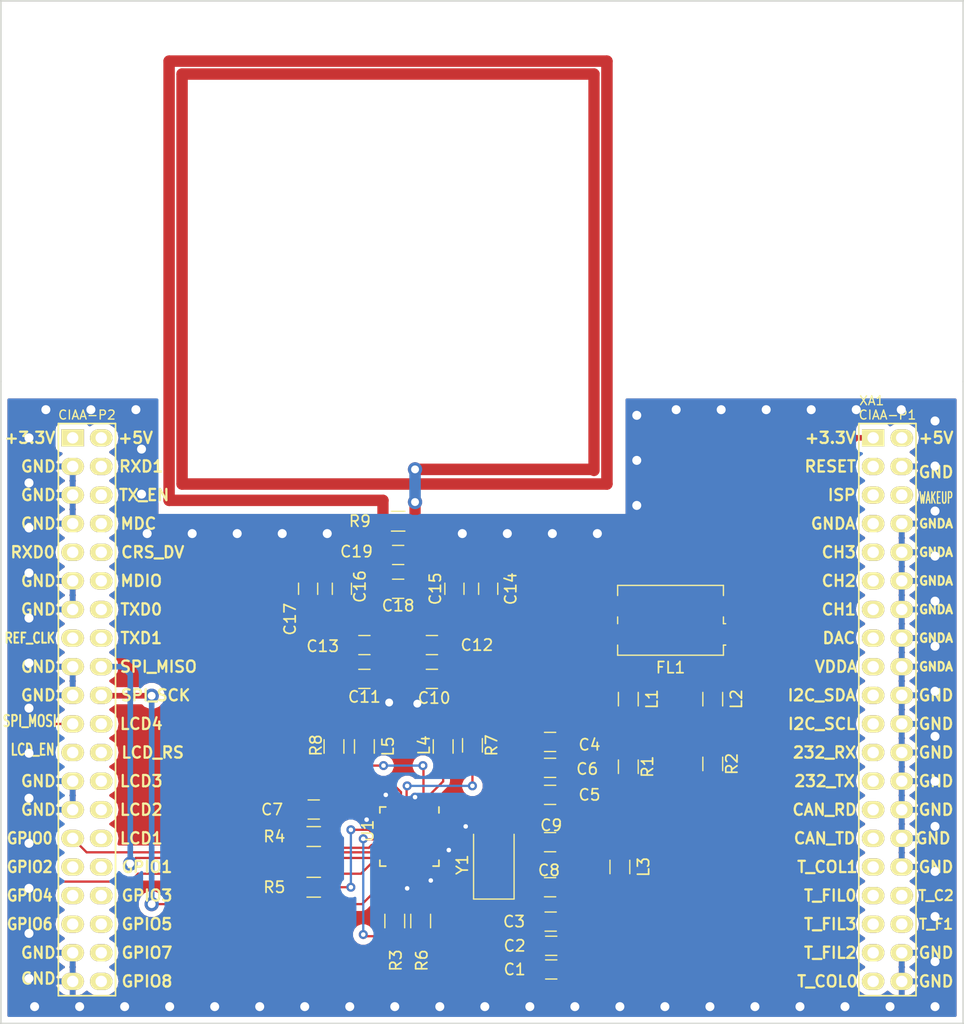
<source format=kicad_pcb>
(kicad_pcb (version 4) (host pcbnew 4.0.7-e2-6376~58~ubuntu16.04.1)
  (layers (0 F.Cu signal hide) (31 B.Cu signal hide) (34 B.Paste user) (35 F.Paste user) (36 B.SilkS user) (37 F.SilkS user) (38 B.Mask user) (39 F.Mask user) (44 Edge.Cuts user))
  (net 0 "")
  (net 1 GND)
  (net 2 "Net-(C7-Pad1)")
  (net 3 "Net-(C8-Pad2)")
  (net 4 "Net-(C9-Pad2)")
  (net 5 "Net-(C10-Pad1)")
  (net 6 "Net-(C11-Pad2)")
  (net 7 "Net-(AE1-Pad1)")
  (net 8 "Net-(AE1-Pad2)")
  (net 9 +3V3)
  (net 10 "Net-(FL1-Pad2)")
  (net 11 "Net-(FL1-Pad4)")
  (net 12 "Net-(L1-Pad2)")
  (net 13 "Net-(L2-Pad2)")
  (net 14 "Net-(L4-Pad2)")
  (net 15 "Net-(L5-Pad2)")
  (net 16 "Net-(R3-Pad2)")
  (net 17 "Net-(R4-Pad1)")
  (net 18 "Net-(R5-Pad1)")
  (net 19 "Net-(R6-Pad2)")
  (net 20 "Net-(R7-Pad2)")
  (net 21 "Net-(R8-Pad2)")
  (net 22 /CS)
  (net 23 "Net-(U1-Pad16)")
  (net 24 /MOSI)
  (net 25 "Net-(U1-Pad18)")
  (net 26 "Net-(XA1-Pad2)")
  (net 27 "Net-(XA1-Pad11)")
  (net 28 "Net-(XA1-Pad13)")
  (net 29 "Net-(XA1-Pad6)")
  (net 30 "Net-(XA1-Pad15)")
  (net 31 "Net-(XA1-Pad17)")
  (net 32 "Net-(XA1-Pad19)")
  (net 33 "Net-(XA1-Pad21)")
  (net 34 "Net-(XA1-Pad23)")
  (net 35 "Net-(XA1-Pad25)")
  (net 36 "Net-(XA1-Pad27)")
  (net 37 "Net-(XA1-Pad29)")
  (net 38 "Net-(XA1-Pad31)")
  (net 39 "Net-(XA1-Pad33)")
  (net 40 "Net-(XA1-Pad34)")
  (net 41 "Net-(XA1-Pad36)")
  (net 42 "Net-(XA1-Pad35)")
  (net 43 "Net-(XA1-Pad37)")
  (net 44 "Net-(XA1-Pad3)")
  (net 45 "Net-(XA1-Pad5)")
  (net 46 "Net-(XA1-Pad7)")
  (net 47 "Net-(XA1-Pad9)")
  (net 48 "Net-(XA1-Pad39)")
  (net 49 "Net-(XA1-Pad42)")
  (net 50 "Net-(XA1-Pad44)")
  (net 51 "Net-(XA1-Pad46)")
  (net 52 "Net-(XA1-Pad48)")
  (net 53 "Net-(XA1-Pad49)")
  (net 54 "Net-(XA1-Pad50)")
  (net 55 "Net-(XA1-Pad52)")
  (net 56 "Net-(XA1-Pad54)")
  (net 57 "Net-(XA1-Pad55)")
  (net 58 "Net-(XA1-Pad56)")
  (net 59 "Net-(XA1-Pad62)")
  (net 60 "Net-(XA1-Pad63)")
  (net 61 "Net-(XA1-Pad64)")
  (net 62 "Net-(XA1-Pad66)")
  (net 63 "Net-(XA1-Pad68)")
  (net 64 "Net-(XA1-Pad70)")
  (net 65 "Net-(XA1-Pad71)")
  (net 66 "Net-(XA1-Pad72)")
  (net 67 "Net-(XA1-Pad73)")
  (net 68 "Net-(XA1-Pad74)")
  (net 69 "Net-(XA1-Pad75)")
  (net 70 "Net-(XA1-Pad76)")
  (net 71 "Net-(XA1-Pad78)")
  (net 72 "Net-(XA1-Pad80)")
  (net 73 /VPS_MAIN)
  (net 74 /VPS_TX)
  (net 75 "Net-(XA1-Pad41)")
  (module poncho_RFID:via_stich (layer F.Cu) (at 110 104.5)
    (fp_text reference REF** hide)
    (fp_text value via_stich hide)
    (pad 1 thru_hole circle (at 0 0) (size 1.3 1.3) (drill 0.8) (layers *.Cu) (net 1 GND))
  )
  (module poncho_RFID:via_stich (layer F.Cu) (at 113.5 104)
    (fp_text reference REF** hide)
    (fp_text value via_stich hide)
    (pad 1 thru_hole circle (at 0 0) (size 1.3 1.3) (drill 0.8) (layers *.Cu) (net 1 GND))
  )
  (module poncho_RFID:via_stich (layer F.Cu) (at 117.5 104)
    (fp_text reference REF** hide)
    (fp_text value via_stich hide)
    (pad 1 thru_hole circle (at 0 0) (size 1.3 1.3) (drill 0.8) (layers *.Cu) (net 1 GND))
  )
  (module poncho_RFID:via_stich (layer F.Cu) (at 121.5 104)
    (fp_text reference REF** hide)
    (fp_text value via_stich hide)
    (pad 1 thru_hole circle (at 0 0) (size 1.3 1.3) (drill 0.8) (layers *.Cu) (net 1 GND))
  )
  (module poncho_RFID:via_stich (layer F.Cu) (at 125.5 104)
    (fp_text reference REF** hide)
    (fp_text value via_stich hide)
    (pad 1 thru_hole circle (at 0 0) (size 1.3 1.3) (drill 0.8) (layers *.Cu) (net 1 GND))
  )
  (module poncho_RFID:via_stich (layer F.Cu) (at 129.5 104)
    (fp_text reference REF** hide)
    (fp_text value via_stich hide)
    (pad 1 thru_hole circle (at 0 0) (size 1.3 1.3) (drill 0.8) (layers *.Cu) (net 1 GND))
  )
  (module poncho_RFID:via_stich (layer F.Cu) (at 133.5 104)
    (fp_text reference REF** hide)
    (fp_text value via_stich hide)
    (pad 1 thru_hole circle (at 0 0) (size 1.3 1.3) (drill 0.8) (layers *.Cu) (net 1 GND))
  )
  (module poncho_RFID:via_stich (layer F.Cu) (at 56 154.5)
    (fp_text reference REF** hide)
    (fp_text value via_stich hide)
    (pad 1 thru_hole circle (at 0 0) (size 1.3 1.3) (drill 0.8) (layers *.Cu) (net 1 GND))
  )
  (module poncho_RFID:via_stich (layer F.Cu) (at 56 150.5)
    (fp_text reference REF** hide)
    (fp_text value via_stich hide)
    (pad 1 thru_hole circle (at 0 0) (size 1.3 1.3) (drill 0.8) (layers *.Cu) (net 1 GND))
  )
  (module poncho_RFID:via_stich (layer F.Cu) (at 56 146.5)
    (fp_text reference REF** hide)
    (fp_text value via_stich hide)
    (pad 1 thru_hole circle (at 0 0) (size 1.3 1.3) (drill 0.8) (layers *.Cu) (net 1 GND))
  )
  (module poncho_RFID:via_stich (layer F.Cu) (at 56 142.5)
    (fp_text reference REF** hide)
    (fp_text value via_stich hide)
    (pad 1 thru_hole circle (at 0 0) (size 1.3 1.3) (drill 0.8) (layers *.Cu) (net 1 GND))
  )
  (module poncho_RFID:via_stich (layer F.Cu) (at 56 138.5)
    (fp_text reference REF** hide)
    (fp_text value via_stich hide)
    (pad 1 thru_hole circle (at 0 0) (size 1.3 1.3) (drill 0.8) (layers *.Cu) (net 1 GND))
  )
  (module poncho_RFID:via_stich (layer F.Cu) (at 56 134.5)
    (fp_text reference REF** hide)
    (fp_text value via_stich hide)
    (pad 1 thru_hole circle (at 0 0) (size 1.3 1.3) (drill 0.8) (layers *.Cu) (net 1 GND))
  )
  (module poncho_RFID:via_stich (layer F.Cu) (at 56 130.5)
    (fp_text reference REF** hide)
    (fp_text value via_stich hide)
    (pad 1 thru_hole circle (at 0 0) (size 1.3 1.3) (drill 0.8) (layers *.Cu) (net 1 GND))
  )
  (module poncho_RFID:via_stich (layer F.Cu) (at 56 126.5)
    (fp_text reference REF** hide)
    (fp_text value via_stich hide)
    (pad 1 thru_hole circle (at 0 0) (size 1.3 1.3) (drill 0.8) (layers *.Cu) (net 1 GND))
  )
  (module poncho_RFID:via_stich (layer F.Cu) (at 56 122.5)
    (fp_text reference REF** hide)
    (fp_text value via_stich hide)
    (pad 1 thru_hole circle (at 0 0) (size 1.3 1.3) (drill 0.8) (layers *.Cu) (net 1 GND))
  )
  (module poncho_RFID:via_stich (layer F.Cu) (at 56 118.5)
    (fp_text reference REF** hide)
    (fp_text value via_stich hide)
    (pad 1 thru_hole circle (at 0 0) (size 1.3 1.3) (drill 0.8) (layers *.Cu) (net 1 GND))
  )
  (module poncho_RFID:via_stich (layer F.Cu) (at 56 114.5)
    (fp_text reference REF** hide)
    (fp_text value via_stich hide)
    (pad 1 thru_hole circle (at 0 0) (size 1.3 1.3) (drill 0.8) (layers *.Cu) (net 1 GND))
  )
  (module poncho_RFID:via_stich (layer F.Cu) (at 56 110.5)
    (fp_text reference REF** hide)
    (fp_text value via_stich hide)
    (pad 1 thru_hole circle (at 0 0) (size 1.3 1.3) (drill 0.8) (layers *.Cu) (net 1 GND))
  )
  (module poncho_RFID:via_stich (layer F.Cu) (at 56 106.5)
    (fp_text reference REF** hide)
    (fp_text value via_stich hide)
    (pad 1 thru_hole circle (at 0 0) (size 1.3 1.3) (drill 0.8) (layers *.Cu) (net 1 GND))
  )
  (module poncho_RFID:via_stich (layer F.Cu) (at 57.5 104)
    (fp_text reference REF** hide)
    (fp_text value via_stich hide)
    (pad 1 thru_hole circle (at 0 0) (size 1.3 1.3) (drill 0.8) (layers *.Cu) (net 1 GND))
  )
  (module poncho_RFID:via_stich (layer F.Cu) (at 61.5 104)
    (fp_text reference REF** hide)
    (fp_text value via_stich hide)
    (pad 1 thru_hole circle (at 0 0) (size 1.3 1.3) (drill 0.8) (layers *.Cu) (net 1 GND))
  )
  (module poncho_RFID:via_stich (layer F.Cu) (at 65.5 104)
    (fp_text reference REF** hide)
    (fp_text value via_stich hide)
    (pad 1 thru_hole circle (at 0 0) (size 1.3 1.3) (drill 0.8) (layers *.Cu) (net 1 GND))
  )
  (module poncho_RFID:via_stich (layer F.Cu) (at 66 107.5)
    (fp_text reference REF** hide)
    (fp_text value via_stich hide)
    (pad 1 thru_hole circle (at 0 0) (size 1.3 1.3) (drill 0.8) (layers *.Cu) (net 1 GND))
  )
  (module poncho_RFID:via_stich (layer F.Cu) (at 66 111.5)
    (fp_text reference REF** hide)
    (fp_text value via_stich hide)
    (pad 1 thru_hole circle (at 0 0) (size 1.3 1.3) (drill 0.8) (layers *.Cu) (net 1 GND))
  )
  (module poncho_RFID:via_stich (layer F.Cu) (at 66.5 115)
    (fp_text reference REF** hide)
    (fp_text value via_stich hide)
    (pad 1 thru_hole circle (at 0 0) (size 1.3 1.3) (drill 0.8) (layers *.Cu) (net 1 GND))
  )
  (module poncho_RFID:via_stich (layer F.Cu) (at 70.5 115)
    (fp_text reference REF** hide)
    (fp_text value via_stich hide)
    (pad 1 thru_hole circle (at 0 0) (size 1.3 1.3) (drill 0.8) (layers *.Cu) (net 1 GND))
  )
  (module poncho_RFID:via_stich (layer F.Cu) (at 74.5 115)
    (fp_text reference REF** hide)
    (fp_text value via_stich hide)
    (pad 1 thru_hole circle (at 0 0) (size 1.3 1.3) (drill 0.8) (layers *.Cu) (net 1 GND))
  )
  (module poncho_RFID:via_stich (layer F.Cu) (at 78.5 115)
    (fp_text reference REF** hide)
    (fp_text value via_stich hide)
    (pad 1 thru_hole circle (at 0 0) (size 1.3 1.3) (drill 0.8) (layers *.Cu) (net 1 GND))
  )
  (module poncho_RFID:via_stich (layer F.Cu) (at 82.5 115)
    (fp_text reference REF** hide)
    (fp_text value via_stich hide)
    (pad 1 thru_hole circle (at 0 0) (size 1.3 1.3) (drill 0.8) (layers *.Cu) (net 1 GND))
  )
  (module poncho_RFID:via_stich (layer F.Cu) (at 94.5 115)
    (fp_text reference REF** hide)
    (fp_text value via_stich hide)
    (pad 1 thru_hole circle (at 0 0) (size 1.3 1.3) (drill 0.8) (layers *.Cu) (net 1 GND))
  )
  (module poncho_RFID:via_stich (layer F.Cu) (at 98.5 115)
    (fp_text reference REF** hide)
    (fp_text value via_stich hide)
    (pad 1 thru_hole circle (at 0 0) (size 1.3 1.3) (drill 0.8) (layers *.Cu) (net 1 GND))
  )
  (module poncho_RFID:via_stich (layer F.Cu) (at 102.5 115)
    (fp_text reference REF** hide)
    (fp_text value via_stich hide)
    (pad 1 thru_hole circle (at 0 0) (size 1.3 1.3) (drill 0.8) (layers *.Cu) (net 1 GND))
  )
  (module poncho_RFID:via_stich (layer F.Cu) (at 106.5 115)
    (fp_text reference REF** hide)
    (fp_text value via_stich hide)
    (pad 1 thru_hole circle (at 0 0) (size 1.3 1.3) (drill 0.8) (layers *.Cu) (net 1 GND))
  )
  (module poncho_RFID:via_stich (layer F.Cu) (at 110 112.5)
    (fp_text reference REF** hide)
    (fp_text value via_stich hide)
    (pad 1 thru_hole circle (at 0 0) (size 1.3 1.3) (drill 0.8) (layers *.Cu) (net 1 GND))
  )
  (module poncho_RFID:via_stich (layer F.Cu) (at 110 108.5)
    (fp_text reference REF** hide)
    (fp_text value via_stich hide)
    (pad 1 thru_hole circle (at 0 0) (size 1.3 1.3) (drill 0.8) (layers *.Cu) (net 1 GND))
  )
  (module poncho_RFID:via_stich (layer F.Cu) (at 136.5 105)
    (fp_text reference REF** hide)
    (fp_text value via_stich hide)
    (pad 1 thru_hole circle (at 0 0) (size 1.3 1.3) (drill 0.8) (layers *.Cu) (net 1 GND))
  )
  (module poncho_RFID:via_stich (layer F.Cu) (at 136.5 109)
    (fp_text reference REF** hide)
    (fp_text value via_stich hide)
    (pad 1 thru_hole circle (at 0 0) (size 1.3 1.3) (drill 0.8) (layers *.Cu) (net 1 GND))
  )
  (module poncho_RFID:via_stich (layer F.Cu) (at 136.5 113)
    (fp_text reference REF** hide)
    (fp_text value via_stich hide)
    (pad 1 thru_hole circle (at 0 0) (size 1.3 1.3) (drill 0.8) (layers *.Cu) (net 1 GND))
  )
  (module poncho_RFID:via_stich (layer F.Cu) (at 136.5 117)
    (fp_text reference REF** hide)
    (fp_text value via_stich hide)
    (pad 1 thru_hole circle (at 0 0) (size 1.3 1.3) (drill 0.8) (layers *.Cu) (net 1 GND))
  )
  (module poncho_RFID:via_stich (layer F.Cu) (at 136.5 121)
    (fp_text reference REF** hide)
    (fp_text value via_stich hide)
    (pad 1 thru_hole circle (at 0 0) (size 1.3 1.3) (drill 0.8) (layers *.Cu) (net 1 GND))
  )
  (module poncho_RFID:via_stich (layer F.Cu) (at 136.5 125)
    (fp_text reference REF** hide)
    (fp_text value via_stich hide)
    (pad 1 thru_hole circle (at 0 0) (size 1.3 1.3) (drill 0.8) (layers *.Cu) (net 1 GND))
  )
  (module poncho_RFID:via_stich (layer F.Cu) (at 136.5 129)
    (fp_text reference REF** hide)
    (fp_text value via_stich hide)
    (pad 1 thru_hole circle (at 0 0) (size 1.3 1.3) (drill 0.8) (layers *.Cu) (net 1 GND))
  )
  (module poncho_RFID:via_stich (layer F.Cu) (at 136.5 133)
    (fp_text reference REF** hide)
    (fp_text value via_stich hide)
    (pad 1 thru_hole circle (at 0 0) (size 1.3 1.3) (drill 0.8) (layers *.Cu) (net 1 GND))
  )
  (module poncho_RFID:via_stich (layer F.Cu) (at 136.5 137)
    (fp_text reference REF** hide)
    (fp_text value via_stich hide)
    (pad 1 thru_hole circle (at 0 0) (size 1.3 1.3) (drill 0.8) (layers *.Cu) (net 1 GND))
  )
  (module poncho_RFID:via_stich (layer F.Cu) (at 136.5 141)
    (fp_text reference REF** hide)
    (fp_text value via_stich hide)
    (pad 1 thru_hole circle (at 0 0) (size 1.3 1.3) (drill 0.8) (layers *.Cu) (net 1 GND))
  )
  (module poncho_RFID:via_stich (layer F.Cu) (at 136.5 145)
    (fp_text reference REF** hide)
    (fp_text value via_stich hide)
    (pad 1 thru_hole circle (at 0 0) (size 1.3 1.3) (drill 0.8) (layers *.Cu) (net 1 GND))
  )
  (module poncho_RFID:via_stich (layer F.Cu) (at 136.5 149)
    (fp_text reference REF** hide)
    (fp_text value via_stich hide)
    (pad 1 thru_hole circle (at 0 0) (size 1.3 1.3) (drill 0.8) (layers *.Cu) (net 1 GND))
  )
  (module poncho_RFID:via_stich (layer F.Cu) (at 136.5 153)
    (fp_text reference REF** hide)
    (fp_text value via_stich hide)
    (pad 1 thru_hole circle (at 0 0) (size 1.3 1.3) (drill 0.8) (layers *.Cu) (net 1 GND))
  )
  (module poncho_RFID:via_stich (layer F.Cu) (at 136.5 157)
    (fp_text reference REF** hide)
    (fp_text value via_stich hide)
    (pad 1 thru_hole circle (at 0 0) (size 1.3 1.3) (drill 0.8) (layers *.Cu) (net 1 GND))
  )
  (module poncho_RFID:via_stich (layer F.Cu) (at 132.5 157)
    (fp_text reference REF** hide)
    (fp_text value via_stich hide)
    (pad 1 thru_hole circle (at 0 0) (size 1.3 1.3) (drill 0.8) (layers *.Cu) (net 1 GND))
  )
  (module poncho_RFID:via_stich (layer F.Cu) (at 128.5 157)
    (fp_text reference REF** hide)
    (fp_text value via_stich hide)
    (pad 1 thru_hole circle (at 0 0) (size 1.3 1.3) (drill 0.8) (layers *.Cu) (net 1 GND))
  )
  (module poncho_RFID:via_stich (layer F.Cu) (at 124.5 157)
    (fp_text reference REF** hide)
    (fp_text value via_stich hide)
    (pad 1 thru_hole circle (at 0 0) (size 1.3 1.3) (drill 0.8) (layers *.Cu) (net 1 GND))
  )
  (module poncho_RFID:via_stich (layer F.Cu) (at 120.5 157)
    (fp_text reference REF** hide)
    (fp_text value via_stich hide)
    (pad 1 thru_hole circle (at 0 0) (size 1.3 1.3) (drill 0.8) (layers *.Cu) (net 1 GND))
  )
  (module poncho_RFID:via_stich (layer F.Cu) (at 116.5 157)
    (fp_text reference REF** hide)
    (fp_text value via_stich hide)
    (pad 1 thru_hole circle (at 0 0) (size 1.3 1.3) (drill 0.8) (layers *.Cu) (net 1 GND))
  )
  (module poncho_RFID:via_stich (layer F.Cu) (at 112.5 157)
    (fp_text reference REF** hide)
    (fp_text value via_stich hide)
    (pad 1 thru_hole circle (at 0 0) (size 1.3 1.3) (drill 0.8) (layers *.Cu) (net 1 GND))
  )
  (module poncho_RFID:via_stich (layer F.Cu) (at 108.5 157)
    (fp_text reference REF** hide)
    (fp_text value via_stich hide)
    (pad 1 thru_hole circle (at 0 0) (size 1.3 1.3) (drill 0.8) (layers *.Cu) (net 1 GND))
  )
  (module poncho_RFID:via_stich (layer F.Cu) (at 104.5 157)
    (fp_text reference REF** hide)
    (fp_text value via_stich hide)
    (pad 1 thru_hole circle (at 0 0) (size 1.3 1.3) (drill 0.8) (layers *.Cu) (net 1 GND))
  )
  (module poncho_RFID:via_stich (layer F.Cu) (at 100.5 157)
    (fp_text reference REF** hide)
    (fp_text value via_stich hide)
    (pad 1 thru_hole circle (at 0 0) (size 1.3 1.3) (drill 0.8) (layers *.Cu) (net 1 GND))
  )
  (module poncho_RFID:via_stich (layer F.Cu) (at 96.5 157)
    (fp_text reference REF** hide)
    (fp_text value via_stich hide)
    (pad 1 thru_hole circle (at 0 0) (size 1.3 1.3) (drill 0.8) (layers *.Cu) (net 1 GND))
  )
  (module poncho_RFID:via_stich (layer F.Cu) (at 92.5 157)
    (fp_text reference REF** hide)
    (fp_text value via_stich hide)
    (pad 1 thru_hole circle (at 0 0) (size 1.3 1.3) (drill 0.8) (layers *.Cu) (net 1 GND))
  )
  (module poncho_RFID:via_stich (layer F.Cu) (at 88.5 157)
    (fp_text reference REF** hide)
    (fp_text value via_stich hide)
    (pad 1 thru_hole circle (at 0 0) (size 1.3 1.3) (drill 0.8) (layers *.Cu) (net 1 GND))
  )
  (module poncho_RFID:via_stich (layer F.Cu) (at 84.5 157)
    (fp_text reference REF** hide)
    (fp_text value via_stich hide)
    (pad 1 thru_hole circle (at 0 0) (size 1.3 1.3) (drill 0.8) (layers *.Cu) (net 1 GND))
  )
  (module poncho_RFID:via_stich (layer F.Cu) (at 80.5 157)
    (fp_text reference REF** hide)
    (fp_text value via_stich hide)
    (pad 1 thru_hole circle (at 0 0) (size 1.3 1.3) (drill 0.8) (layers *.Cu) (net 1 GND))
  )
  (module poncho_RFID:via_stich (layer F.Cu) (at 76.5 157)
    (fp_text reference REF** hide)
    (fp_text value via_stich hide)
    (pad 1 thru_hole circle (at 0 0) (size 1.3 1.3) (drill 0.8) (layers *.Cu) (net 1 GND))
  )
  (module poncho_RFID:via_stich (layer F.Cu) (at 72.5 157)
    (fp_text reference REF** hide)
    (fp_text value via_stich hide)
    (pad 1 thru_hole circle (at 0 0) (size 1.3 1.3) (drill 0.8) (layers *.Cu) (net 1 GND))
  )
  (module poncho_RFID:via_stich (layer F.Cu) (at 68.5 157)
    (fp_text reference REF** hide)
    (fp_text value via_stich hide)
    (pad 1 thru_hole circle (at 0 0) (size 1.3 1.3) (drill 0.8) (layers *.Cu) (net 1 GND))
  )
  (module poncho_RFID:via_stich (layer F.Cu) (at 64.5 157)
    (fp_text reference REF** hide)
    (fp_text value via_stich hide)
    (pad 1 thru_hole circle (at 0 0) (size 1.3 1.3) (drill 0.8) (layers *.Cu) (net 1 GND))
  )
  (module poncho_RFID:via_stich (layer F.Cu) (at 60.5 157)
    (fp_text reference REF** hide)
    (fp_text value via_stich hide)
    (pad 1 thru_hole circle (at 0 0) (size 1.3 1.3) (drill 0.8) (layers *.Cu) (net 1 GND))
  )
  (module poncho_RFID:Conn_Poncho_Chico (layer F.Cu) (at 131 106.5)
    (fp_text reference XA1 (at -0.127 -3.302) (layer F.SilkS) (effects (font (size 0.8 0.8) (thickness 0.12))))
    (fp_text value Conn_Poncho2P_2x_20x2 hide)
    (fp_text user GPIO8 (at -64.516 48.26) (layer F.SilkS) (effects (font (thickness 0.2))))
    (fp_text user GPIO7 (at -64.516 45.72) (layer F.SilkS) (effects (font (thickness 0.2))))
    (fp_text user GPIO5 (at -64.516 43.18) (layer F.SilkS) (effects (font (thickness 0.2))))
    (fp_text user GPIO3 (at -64.516 40.64) (layer F.SilkS) (effects (font (thickness 0.2))))
    (fp_text user GPIO1 (at -64.516 38.1) (layer F.SilkS) (effects (font (thickness 0.2))))
    (fp_text user LCD1 (at -65.024 35.56) (layer F.SilkS) (effects (font (thickness 0.2))))
    (fp_text user LCD2 (at -65.024 33.02) (layer F.SilkS) (effects (font (thickness 0.2))))
    (fp_text user LCD3 (at -65.024 30.48) (layer F.SilkS) (effects (font (thickness 0.2))))
    (fp_text user LCD_RS (at -64.008 27.94) (layer F.SilkS) (effects (font (thickness 0.2))))
    (fp_text user LCD4 (at -65.024 25.4) (layer F.SilkS) (effects (font (thickness 0.2))))
    (fp_text user SPI_SCK (at -63.754 22.86) (layer F.SilkS) (effects (font (thickness 0.2))))
    (fp_text user SPI_MISO (at -63.5 20.32) (layer F.SilkS) (effects (font (thickness 0.2))))
    (fp_text user TXD1 (at -65.024 17.78) (layer F.SilkS) (effects (font (thickness 0.2))))
    (fp_text user TXD0 (at -65.024 15.24) (layer F.SilkS) (effects (font (thickness 0.2))))
    (fp_text user MDIO (at -65.024 12.7) (layer F.SilkS) (effects (font (thickness 0.2))))
    (fp_text user CRS_DV (at -64.008 10.16) (layer F.SilkS) (effects (font (thickness 0.2))))
    (fp_text user MDC (at -65.278 7.62) (layer F.SilkS) (effects (font (thickness 0.2))))
    (fp_text user TX_EN (at -64.77 5.08) (layer F.SilkS) (effects (font (thickness 0.2))))
    (fp_text user RXD1 (at -65.024 2.54) (layer F.SilkS) (effects (font (thickness 0.2))))
    (fp_text user +5V (at -65.532 0) (layer F.SilkS) (effects (font (thickness 0.2))))
    (fp_text user GND (at -74.168 48.006) (layer F.SilkS) (effects (font (thickness 0.2))))
    (fp_text user GND (at -74.168 45.72) (layer F.SilkS) (effects (font (thickness 0.2))))
    (fp_text user GPIO6 (at -74.93 43.18) (layer F.SilkS) (effects (font (size 1 0.9) (thickness 0.2))))
    (fp_text user GPIO4 (at -74.93 40.64) (layer F.SilkS) (effects (font (size 1 0.9) (thickness 0.2))))
    (fp_text user GPIO2 (at -74.93 38.1) (layer F.SilkS) (effects (font (size 1 0.9) (thickness 0.2))))
    (fp_text user GPIO0 (at -74.93 35.56) (layer F.SilkS) (effects (font (size 1 0.9) (thickness 0.2))))
    (fp_text user GND (at -74.168 33.02) (layer F.SilkS) (effects (font (thickness 0.2))))
    (fp_text user GND (at -74.168 30.48) (layer F.SilkS) (effects (font (thickness 0.2))))
    (fp_text user LCD_EN (at -74.676 27.686) (layer F.SilkS) (effects (font (size 1 0.7) (thickness 0.17))))
    (fp_text user SPI_MOSI (at -74.93 25.146) (layer F.SilkS) (effects (font (size 1 0.7) (thickness 0.17))))
    (fp_text user GND (at -74.168 22.86) (layer F.SilkS) (effects (font (thickness 0.2))))
    (fp_text user GND (at -74.168 20.32) (layer F.SilkS) (effects (font (thickness 0.2))))
    (fp_text user REF_CLK (at -74.93 17.78) (layer F.SilkS) (effects (font (size 0.9 0.7) (thickness 0.175))))
    (fp_text user GND (at -74.168 15.24) (layer F.SilkS) (effects (font (thickness 0.2))))
    (fp_text user GND (at -74.168 12.7) (layer F.SilkS) (effects (font (thickness 0.2))))
    (fp_text user GND (at -74.168 7.62) (layer F.SilkS) (effects (font (thickness 0.2))))
    (fp_text user RXD0 (at -74.676 10.16) (layer F.SilkS) (effects (font (thickness 0.2))))
    (fp_text user GND (at -74.168 5.08) (layer F.SilkS) (effects (font (thickness 0.2))))
    (fp_text user GND (at -74.168 2.54) (layer F.SilkS) (effects (font (thickness 0.2))))
    (fp_text user +3.3V (at -74.93 0) (layer F.SilkS) (effects (font (thickness 0.2))))
    (fp_text user GND (at 5.588 48.26) (layer F.SilkS) (effects (font (thickness 0.2))))
    (fp_text user GND (at 5.588 45.72) (layer F.SilkS) (effects (font (thickness 0.2))))
    (fp_text user T_F1 (at 5.588 43.18) (layer F.SilkS) (effects (font (size 0.9 0.9) (thickness 0.18))))
    (fp_text user T_C2 (at 5.588 40.64) (layer F.SilkS) (effects (font (size 0.9 0.9) (thickness 0.18))))
    (fp_text user GND (at 5.588 38.1) (layer F.SilkS) (effects (font (thickness 0.2))))
    (fp_text user GND (at 5.334 35.56) (layer F.SilkS) (effects (font (thickness 0.2))))
    (fp_text user GND (at 5.588 33.02) (layer F.SilkS) (effects (font (thickness 0.2))))
    (fp_text user GND (at 5.588 30.48) (layer F.SilkS) (effects (font (thickness 0.2))))
    (fp_text user GND (at 5.588 27.94) (layer F.SilkS) (effects (font (thickness 0.2))))
    (fp_text user GND (at 5.588 25.4) (layer F.SilkS) (effects (font (thickness 0.2))))
    (fp_text user GND (at 5.588 22.86) (layer F.SilkS) (effects (font (thickness 0.2))))
    (fp_text user GNDA (at 5.588 20.32) (layer F.SilkS) (effects (font (size 0.76 0.76) (thickness 0.19))))
    (fp_text user GNDA (at 5.588 17.78) (layer F.SilkS) (effects (font (size 0.76 0.76) (thickness 0.19))))
    (fp_text user GNDA (at 5.588 15.24) (layer F.SilkS) (effects (font (size 0.76 0.76) (thickness 0.19))))
    (fp_text user GNDA (at 5.588 12.7) (layer F.SilkS) (effects (font (size 0.76 0.76) (thickness 0.19))))
    (fp_text user GNDA (at 5.588 10.16) (layer F.SilkS) (effects (font (size 0.76 0.76) (thickness 0.19))))
    (fp_text user GNDA (at 5.588 7.62) (layer F.SilkS) (effects (font (size 0.76 0.76) (thickness 0.19))))
    (fp_text user WAKEUP (at 5.588 5.334) (layer F.SilkS) (effects (font (size 1 0.5) (thickness 0.125))))
    (fp_text user GND (at 5.588 3.048) (layer F.SilkS) (effects (font (thickness 0.2))))
    (fp_text user +5V (at 5.588 0) (layer F.SilkS) (effects (font (thickness 0.2))))
    (fp_text user T_COL0 (at -4.064 48.26) (layer F.SilkS) (effects (font (thickness 0.2))))
    (fp_text user T_FIL2 (at -3.81 45.72) (layer F.SilkS) (effects (font (thickness 0.2))))
    (fp_text user T_FIL3 (at -3.81 43.18) (layer F.SilkS) (effects (font (thickness 0.2))))
    (fp_text user T_FIL0 (at -3.81 40.64) (layer F.SilkS) (effects (font (thickness 0.2))))
    (fp_text user T_COL1 (at -4.064 38.1) (layer F.SilkS) (effects (font (thickness 0.2))))
    (fp_text user CAN_TD (at -4.318 35.56) (layer F.SilkS) (effects (font (thickness 0.2))))
    (fp_text user CAN_RD (at -4.318 33.02) (layer F.SilkS) (effects (font (thickness 0.2))))
    (fp_text user 232_TX (at -4.318 30.48) (layer F.SilkS) (effects (font (thickness 0.2))))
    (fp_text user 232_RX (at -4.318 27.94) (layer F.SilkS) (effects (font (thickness 0.2))))
    (fp_text user I2C_SCL (at -4.572 25.4) (layer F.SilkS) (effects (font (thickness 0.2))))
    (fp_text user I2C_SDA (at -4.572 22.86) (layer F.SilkS) (effects (font (thickness 0.2))))
    (fp_text user VDDA (at -3.302 20.32) (layer F.SilkS) (effects (font (thickness 0.2))))
    (fp_text user DAC (at -3.048 17.78) (layer F.SilkS) (effects (font (thickness 0.2))))
    (fp_text user CH1 (at -3.048 15.24) (layer F.SilkS) (effects (font (thickness 0.2))))
    (fp_text user CH2 (at -3.048 12.7) (layer F.SilkS) (effects (font (thickness 0.2))))
    (fp_text user CH3 (at -3.048 10.16) (layer F.SilkS) (effects (font (thickness 0.2))))
    (fp_text user GNDA (at -3.556 7.62) (layer F.SilkS) (effects (font (thickness 0.2))))
    (fp_text user ISP (at -2.794 5.08) (layer F.SilkS) (effects (font (thickness 0.2))))
    (fp_text user RESET (at -3.81 2.54) (layer F.SilkS) (effects (font (thickness 0.2))))
    (fp_text user CIAA-P2 (at -69.85 -2.032) (layer F.SilkS) (effects (font (size 0.8 0.8) (thickness 0.12))))
    (fp_text user CIAA-P1 (at 1.27 -2.032) (layer F.SilkS) (effects (font (size 0.8 0.8) (thickness 0.12))))
    (fp_text user +3.3V (at -3.81 0) (layer F.SilkS) (effects (font (thickness 0.2))))
    (pad 1 thru_hole rect (at 0 0 270) (size 1.524 2) (drill 1.016) (layers *.Cu *.Mask F.SilkS) (net 9 +3V3))
    (pad 2 thru_hole oval (at 2.54 0 270) (size 1.524 2) (drill 1.016) (layers *.Cu *.Mask F.SilkS) (net 26 "Net-(XA1-Pad2)"))
    (pad 11 thru_hole oval (at 0 12.7 270) (size 1.524 2) (drill 1.016) (layers *.Cu *.Mask F.SilkS) (net 27 "Net-(XA1-Pad11)"))
    (pad 4 thru_hole oval (at 2.54 2.54 270) (size 1.524 2) (drill 1.016) (layers *.Cu *.Mask F.SilkS) (net 1 GND))
    (pad 13 thru_hole oval (at 0 15.24 270) (size 1.524 2) (drill 1.016) (layers *.Cu *.Mask F.SilkS) (net 28 "Net-(XA1-Pad13)"))
    (pad 6 thru_hole oval (at 2.54 5.08 270) (size 1.524 2) (drill 1.016) (layers *.Cu *.Mask F.SilkS) (net 29 "Net-(XA1-Pad6)"))
    (pad 15 thru_hole oval (at 0 17.78 270) (size 1.524 2) (drill 1.016) (layers *.Cu *.Mask F.SilkS) (net 30 "Net-(XA1-Pad15)"))
    (pad 8 thru_hole oval (at 2.54 7.62 270) (size 1.524 2) (drill 1.016) (layers *.Cu *.Mask F.SilkS) (net 1 GND))
    (pad 17 thru_hole oval (at 0 20.32 270) (size 1.524 2) (drill 1.016) (layers *.Cu *.Mask F.SilkS) (net 31 "Net-(XA1-Pad17)"))
    (pad 10 thru_hole oval (at 2.54 10.16 270) (size 1.524 2) (drill 1.016) (layers *.Cu *.Mask F.SilkS) (net 1 GND))
    (pad 19 thru_hole oval (at 0 22.86 270) (size 1.524 2) (drill 1.016) (layers *.Cu *.Mask F.SilkS) (net 32 "Net-(XA1-Pad19)"))
    (pad 12 thru_hole oval (at 2.54 12.7 270) (size 1.524 2) (drill 1.016) (layers *.Cu *.Mask F.SilkS) (net 1 GND))
    (pad 21 thru_hole oval (at 0 25.4 270) (size 1.524 2) (drill 1.016) (layers *.Cu *.Mask F.SilkS) (net 33 "Net-(XA1-Pad21)"))
    (pad 14 thru_hole oval (at 2.54 15.24 270) (size 1.524 2) (drill 1.016) (layers *.Cu *.Mask F.SilkS) (net 1 GND))
    (pad 23 thru_hole oval (at 0 27.94 270) (size 1.524 2) (drill 1.016) (layers *.Cu *.Mask F.SilkS) (net 34 "Net-(XA1-Pad23)"))
    (pad 16 thru_hole oval (at 2.54 17.78 270) (size 1.524 2) (drill 1.016) (layers *.Cu *.Mask F.SilkS) (net 1 GND))
    (pad 25 thru_hole oval (at 0 30.48 270) (size 1.524 2) (drill 1.016) (layers *.Cu *.Mask F.SilkS) (net 35 "Net-(XA1-Pad25)"))
    (pad 18 thru_hole oval (at 2.54 20.32 270) (size 1.524 2) (drill 1.016) (layers *.Cu *.Mask F.SilkS) (net 1 GND))
    (pad 27 thru_hole oval (at 0 33.02 270) (size 1.524 2) (drill 1.016) (layers *.Cu *.Mask F.SilkS) (net 36 "Net-(XA1-Pad27)"))
    (pad 20 thru_hole oval (at 2.54 22.86 270) (size 1.524 2) (drill 1.016) (layers *.Cu *.Mask F.SilkS) (net 1 GND))
    (pad 29 thru_hole oval (at 0 35.56 270) (size 1.524 2) (drill 1.016) (layers *.Cu *.Mask F.SilkS) (net 37 "Net-(XA1-Pad29)"))
    (pad 22 thru_hole oval (at 2.54 25.4 270) (size 1.524 2) (drill 1.016) (layers *.Cu *.Mask F.SilkS) (net 1 GND))
    (pad 31 thru_hole oval (at 0 38.1 270) (size 1.524 2) (drill 1.016) (layers *.Cu *.Mask F.SilkS) (net 38 "Net-(XA1-Pad31)"))
    (pad 24 thru_hole oval (at 2.54 27.94 270) (size 1.524 2) (drill 1.016) (layers *.Cu *.Mask F.SilkS) (net 1 GND))
    (pad 26 thru_hole oval (at 2.54 30.48 270) (size 1.524 2) (drill 1.016) (layers *.Cu *.Mask F.SilkS) (net 1 GND))
    (pad 33 thru_hole oval (at 0 40.64 270) (size 1.524 2) (drill 1.016) (layers *.Cu *.Mask F.SilkS) (net 39 "Net-(XA1-Pad33)"))
    (pad 28 thru_hole oval (at 2.54 33.02 270) (size 1.524 2) (drill 1.016) (layers *.Cu *.Mask F.SilkS) (net 1 GND))
    (pad 32 thru_hole oval (at 2.54 38.1 270) (size 1.524 2) (drill 1.016) (layers *.Cu *.Mask F.SilkS) (net 1 GND))
    (pad 34 thru_hole oval (at 2.54 40.64 270) (size 1.524 2) (drill 1.016) (layers *.Cu *.Mask F.SilkS) (net 40 "Net-(XA1-Pad34)"))
    (pad 36 thru_hole oval (at 2.54 43.18 270) (size 1.524 2) (drill 1.016) (layers *.Cu *.Mask F.SilkS) (net 41 "Net-(XA1-Pad36)"))
    (pad 38 thru_hole oval (at 2.54 45.72 270) (size 1.524 2) (drill 1.016) (layers *.Cu *.Mask F.SilkS) (net 1 GND))
    (pad 35 thru_hole oval (at 0 43.18 270) (size 1.524 2) (drill 1.016) (layers *.Cu *.Mask F.SilkS) (net 42 "Net-(XA1-Pad35)"))
    (pad 37 thru_hole oval (at 0 45.72 270) (size 1.524 2) (drill 1.016) (layers *.Cu *.Mask F.SilkS) (net 43 "Net-(XA1-Pad37)"))
    (pad 3 thru_hole oval (at 0 2.54 270) (size 1.524 2) (drill 1.016) (layers *.Cu *.Mask F.SilkS) (net 44 "Net-(XA1-Pad3)"))
    (pad 5 thru_hole oval (at 0 5.08 270) (size 1.524 2) (drill 1.016) (layers *.Cu *.Mask F.SilkS) (net 45 "Net-(XA1-Pad5)"))
    (pad 7 thru_hole oval (at 0 7.62 270) (size 1.524 2) (drill 1.016) (layers *.Cu *.Mask F.SilkS) (net 46 "Net-(XA1-Pad7)"))
    (pad 9 thru_hole oval (at 0 10.16 270) (size 1.524 2) (drill 1.016) (layers *.Cu *.Mask F.SilkS) (net 47 "Net-(XA1-Pad9)"))
    (pad 39 thru_hole oval (at 0 48.26 270) (size 1.524 2) (drill 1.016) (layers *.Cu *.Mask F.SilkS) (net 48 "Net-(XA1-Pad39)"))
    (pad 40 thru_hole oval (at 2.54 48.26 270) (size 1.524 2) (drill 1.016) (layers *.Cu *.Mask F.SilkS) (net 1 GND))
    (pad 30 thru_hole oval (at 2.54 35.56 270) (size 1.524 2) (drill 1.016) (layers *.Cu *.Mask F.SilkS) (net 1 GND))
    (pad 41 thru_hole rect (at -71.12 0 270) (size 1.524 2) (drill 1.016) (layers *.Cu *.Mask F.SilkS) (net 75 "Net-(XA1-Pad41)"))
    (pad 42 thru_hole oval (at -68.58 0 270) (size 1.524 2) (drill 1.016) (layers *.Cu *.Mask F.SilkS) (net 49 "Net-(XA1-Pad42)"))
    (pad 43 thru_hole oval (at -71.12 2.54 270) (size 1.524 2) (drill 1.016) (layers *.Cu *.Mask F.SilkS) (net 1 GND))
    (pad 44 thru_hole oval (at -68.58 2.54 270) (size 1.524 2) (drill 1.016) (layers *.Cu *.Mask F.SilkS) (net 50 "Net-(XA1-Pad44)"))
    (pad 45 thru_hole oval (at -71.12 5.08 270) (size 1.524 2) (drill 1.016) (layers *.Cu *.Mask F.SilkS) (net 1 GND))
    (pad 46 thru_hole oval (at -68.58 5.08 270) (size 1.524 2) (drill 1.016) (layers *.Cu *.Mask F.SilkS) (net 51 "Net-(XA1-Pad46)"))
    (pad 47 thru_hole oval (at -71.12 7.62 270) (size 1.524 2) (drill 1.016) (layers *.Cu *.Mask F.SilkS) (net 1 GND))
    (pad 48 thru_hole oval (at -68.58 7.62 270) (size 1.524 2) (drill 1.016) (layers *.Cu *.Mask F.SilkS) (net 52 "Net-(XA1-Pad48)"))
    (pad 49 thru_hole oval (at -71.12 10.16 270) (size 1.524 2) (drill 1.016) (layers *.Cu *.Mask F.SilkS) (net 53 "Net-(XA1-Pad49)"))
    (pad 50 thru_hole oval (at -68.58 10.16 270) (size 1.524 2) (drill 1.016) (layers *.Cu *.Mask F.SilkS) (net 54 "Net-(XA1-Pad50)"))
    (pad 51 thru_hole oval (at -71.12 12.7 270) (size 1.524 2) (drill 1.016) (layers *.Cu *.Mask F.SilkS) (net 1 GND))
    (pad 52 thru_hole oval (at -68.58 12.7 270) (size 1.524 2) (drill 1.016) (layers *.Cu *.Mask F.SilkS) (net 55 "Net-(XA1-Pad52)"))
    (pad 53 thru_hole oval (at -71.12 15.24 270) (size 1.524 2) (drill 1.016) (layers *.Cu *.Mask F.SilkS) (net 1 GND))
    (pad 54 thru_hole oval (at -68.58 15.24 270) (size 1.524 2) (drill 1.016) (layers *.Cu *.Mask F.SilkS) (net 56 "Net-(XA1-Pad54)"))
    (pad 55 thru_hole oval (at -71.12 17.78 270) (size 1.524 2) (drill 1.016) (layers *.Cu *.Mask F.SilkS) (net 57 "Net-(XA1-Pad55)"))
    (pad 56 thru_hole oval (at -68.58 17.78 270) (size 1.524 2) (drill 1.016) (layers *.Cu *.Mask F.SilkS) (net 58 "Net-(XA1-Pad56)"))
    (pad 57 thru_hole oval (at -71.12 20.32 270) (size 1.524 2) (drill 1.016) (layers *.Cu *.Mask F.SilkS) (net 1 GND))
    (pad 58 thru_hole oval (at -68.58 20.32 270) (size 1.524 2) (drill 1.016) (layers *.Cu *.Mask F.SilkS) (net 23 "Net-(U1-Pad16)"))
    (pad 59 thru_hole oval (at -71.12 22.86 270) (size 1.524 2) (drill 1.016) (layers *.Cu *.Mask F.SilkS) (net 1 GND))
    (pad 60 thru_hole oval (at -68.58 22.86 270) (size 1.524 2) (drill 1.016) (layers *.Cu *.Mask F.SilkS) (net 25 "Net-(U1-Pad18)"))
    (pad 61 thru_hole oval (at -71.12 25.4 270) (size 1.524 2) (drill 1.016) (layers *.Cu *.Mask F.SilkS) (net 24 /MOSI))
    (pad 62 thru_hole oval (at -68.58 25.4 270) (size 1.524 2) (drill 1.016) (layers *.Cu *.Mask F.SilkS) (net 59 "Net-(XA1-Pad62)"))
    (pad 63 thru_hole oval (at -71.12 27.94 270) (size 1.524 2) (drill 1.016) (layers *.Cu *.Mask F.SilkS) (net 60 "Net-(XA1-Pad63)"))
    (pad 64 thru_hole oval (at -68.58 27.94 270) (size 1.524 2) (drill 1.016) (layers *.Cu *.Mask F.SilkS) (net 61 "Net-(XA1-Pad64)"))
    (pad 65 thru_hole oval (at -71.12 30.48 270) (size 1.524 2) (drill 1.016) (layers *.Cu *.Mask F.SilkS) (net 1 GND))
    (pad 66 thru_hole oval (at -68.58 30.48 270) (size 1.524 2) (drill 1.016) (layers *.Cu *.Mask F.SilkS) (net 62 "Net-(XA1-Pad66)"))
    (pad 67 thru_hole oval (at -71.12 33.02 270) (size 1.524 2) (drill 1.016) (layers *.Cu *.Mask F.SilkS) (net 1 GND))
    (pad 68 thru_hole oval (at -68.58 33.02 270) (size 1.524 2) (drill 1.016) (layers *.Cu *.Mask F.SilkS) (net 63 "Net-(XA1-Pad68)"))
    (pad 69 thru_hole oval (at -71.12 35.56 270) (size 1.524 2) (drill 1.016) (layers *.Cu *.Mask F.SilkS) (net 22 /CS))
    (pad 70 thru_hole oval (at -68.58 35.56 270) (size 1.524 2) (drill 1.016) (layers *.Cu *.Mask F.SilkS) (net 64 "Net-(XA1-Pad70)"))
    (pad 71 thru_hole oval (at -71.12 38.1 270) (size 1.524 2) (drill 1.016) (layers *.Cu *.Mask F.SilkS) (net 65 "Net-(XA1-Pad71)"))
    (pad 72 thru_hole oval (at -68.58 38.1 270) (size 1.524 2) (drill 1.016) (layers *.Cu *.Mask F.SilkS) (net 66 "Net-(XA1-Pad72)"))
    (pad 73 thru_hole oval (at -71.12 40.64 270) (size 1.524 2) (drill 1.016) (layers *.Cu *.Mask F.SilkS) (net 67 "Net-(XA1-Pad73)"))
    (pad 74 thru_hole oval (at -68.58 40.64 270) (size 1.524 2) (drill 1.016) (layers *.Cu *.Mask F.SilkS) (net 68 "Net-(XA1-Pad74)"))
    (pad 75 thru_hole oval (at -71.12 43.18 270) (size 1.524 2) (drill 1.016) (layers *.Cu *.Mask F.SilkS) (net 69 "Net-(XA1-Pad75)"))
    (pad 76 thru_hole oval (at -68.58 43.18 270) (size 1.524 2) (drill 1.016) (layers *.Cu *.Mask F.SilkS) (net 70 "Net-(XA1-Pad76)"))
    (pad 77 thru_hole oval (at -71.12 45.72 270) (size 1.524 2) (drill 1.016) (layers *.Cu *.Mask F.SilkS) (net 1 GND))
    (pad 78 thru_hole oval (at -68.58 45.72 270) (size 1.524 2) (drill 1.016) (layers *.Cu *.Mask F.SilkS) (net 71 "Net-(XA1-Pad78)"))
    (pad 79 thru_hole oval (at -71.12 48.26 270) (size 1.524 2) (drill 1.016) (layers *.Cu *.Mask F.SilkS) (net 1 GND))
    (pad 80 thru_hole oval (at -68.58 48.26 270) (size 1.524 2) (drill 1.016) (layers *.Cu *.Mask F.SilkS) (net 72 "Net-(XA1-Pad80)"))
  )
  (module Capacitors_SMD:C_0805_HandSoldering (layer F.Cu) (at 102.4 153.7)
    (fp_text reference C1 (at -3.25 0) (layer F.SilkS))
    (fp_text value 10nF hide)
    (pad 1 smd rect (at -1.25 0) (size 1.5 1.25) (layers F.Cu F.Paste F.Mask) (net 73 /VPS_MAIN))
    (pad 2 smd rect (at 1.25 0) (size 1.5 1.25) (layers F.Cu F.Paste F.Mask) (net 1 GND))
  )
  (module Capacitors_SMD:C_0805_HandSoldering (layer F.Cu) (at 102.4 151.6)
    (fp_text reference C2 (at -3.25 0) (layer F.SilkS))
    (fp_text value 100nF hide)
    (pad 1 smd rect (at -1.25 0) (size 1.5 1.25) (layers F.Cu F.Paste F.Mask) (net 73 /VPS_MAIN))
    (pad 2 smd rect (at 1.25 0) (size 1.5 1.25) (layers F.Cu F.Paste F.Mask) (net 1 GND))
  )
  (module Capacitors_SMD:C_0805_HandSoldering (layer F.Cu) (at 102.35 149.45)
    (fp_text reference C3 (at -3.25 0) (layer F.SilkS))
    (fp_text value 1uF hide)
    (pad 1 smd rect (at -1.25 0) (size 1.5 1.25) (layers F.Cu F.Paste F.Mask) (net 73 /VPS_MAIN))
    (pad 2 smd rect (at 1.25 0) (size 1.5 1.25) (layers F.Cu F.Paste F.Mask) (net 1 GND))
  )
  (module Capacitors_SMD:C_0805_HandSoldering (layer F.Cu) (at 102.3 133.5)
    (fp_text reference C4 (at 3.5 0.25) (layer F.SilkS))
    (fp_text value 10nF hide)
    (pad 1 smd rect (at -1.25 0) (size 1.5 1.25) (layers F.Cu F.Paste F.Mask) (net 74 /VPS_TX))
    (pad 2 smd rect (at 1.25 0) (size 1.5 1.25) (layers F.Cu F.Paste F.Mask) (net 1 GND))
  )
  (module Capacitors_SMD:C_0805_HandSoldering (layer F.Cu) (at 102.3 138.2)
    (fp_text reference C5 (at 3.5 0) (layer F.SilkS))
    (fp_text value 100nF hide)
    (pad 1 smd rect (at -1.25 0) (size 1.5 1.25) (layers F.Cu F.Paste F.Mask) (net 74 /VPS_TX))
    (pad 2 smd rect (at 1.25 0) (size 1.5 1.25) (layers F.Cu F.Paste F.Mask) (net 1 GND))
  )
  (module Capacitors_SMD:C_0805_HandSoldering (layer F.Cu) (at 102.3 135.8)
    (fp_text reference C6 (at 3.3 0.1) (layer F.SilkS))
    (fp_text value 1uF hide)
    (pad 1 smd rect (at -1.25 0) (size 1.5 1.25) (layers F.Cu F.Paste F.Mask) (net 74 /VPS_TX))
    (pad 2 smd rect (at 1.25 0) (size 1.5 1.25) (layers F.Cu F.Paste F.Mask) (net 1 GND))
  )
  (module Capacitors_SMD:C_0805_HandSoldering (layer F.Cu) (at 81.3 139.5 180)
    (fp_text reference C7 (at 3.7 0 180) (layer F.SilkS))
    (fp_text value 1nF hide)
    (pad 1 smd rect (at -1.25 0 180) (size 1.5 1.25) (layers F.Cu F.Paste F.Mask) (net 2 "Net-(C7-Pad1)"))
    (pad 2 smd rect (at 1.25 0 180) (size 1.5 1.25) (layers F.Cu F.Paste F.Mask) (net 1 GND))
  )
  (module Capacitors_SMD:C_0805_HandSoldering (layer F.Cu) (at 102.3 146.4 180)
    (fp_text reference C8 (at 0.1 1.5 180) (layer F.SilkS))
    (fp_text value 10pF hide)
    (pad 1 smd rect (at -1.25 0 180) (size 1.5 1.25) (layers F.Cu F.Paste F.Mask) (net 1 GND))
    (pad 2 smd rect (at 1.25 0 180) (size 1.5 1.25) (layers F.Cu F.Paste F.Mask) (net 3 "Net-(C8-Pad2)"))
  )
  (module Capacitors_SMD:C_0805_HandSoldering (layer F.Cu) (at 102.3 142.4 180)
    (fp_text reference C9 (at -0.1 1.5 180) (layer F.SilkS))
    (fp_text value 10pF hide)
    (pad 1 smd rect (at -1.25 0 180) (size 1.5 1.25) (layers F.Cu F.Paste F.Mask) (net 1 GND))
    (pad 2 smd rect (at 1.25 0 180) (size 1.5 1.25) (layers F.Cu F.Paste F.Mask) (net 4 "Net-(C9-Pad2)"))
  )
  (module Capacitors_SMD:C_0805_HandSoldering (layer F.Cu) (at 91.8 127.9 180)
    (fp_text reference C10 (at -0.2 -1.7 180) (layer F.SilkS))
    (fp_text value 220pF hide)
    (pad 1 smd rect (at -1.25 0 180) (size 1.5 1.25) (layers F.Cu F.Paste F.Mask) (net 5 "Net-(C10-Pad1)"))
    (pad 2 smd rect (at 1.25 0 180) (size 1.5 1.25) (layers F.Cu F.Paste F.Mask) (net 1 GND))
  )
  (module Capacitors_SMD:C_0805_HandSoldering (layer F.Cu) (at 85.8 127.9 180)
    (fp_text reference C11 (at 0 -1.6 180) (layer F.SilkS))
    (fp_text value 220pF hide)
    (pad 1 smd rect (at -1.25 0 180) (size 1.5 1.25) (layers F.Cu F.Paste F.Mask) (net 1 GND))
    (pad 2 smd rect (at 1.25 0 180) (size 1.5 1.25) (layers F.Cu F.Paste F.Mask) (net 6 "Net-(C11-Pad2)"))
  )
  (module Capacitors_SMD:C_0805_HandSoldering (layer F.Cu) (at 91.8 124.9 180)
    (fp_text reference C12 (at -4 0 180) (layer F.SilkS))
    (fp_text value OPEN)
    (pad 1 smd rect (at -1.25 0 180) (size 1.5 1.25) (layers F.Cu F.Paste F.Mask) (net 5 "Net-(C10-Pad1)"))
    (pad 2 smd rect (at 1.25 0 180) (size 1.5 1.25) (layers F.Cu F.Paste F.Mask) (net 1 GND))
  )
  (module Capacitors_SMD:C_0805_HandSoldering (layer F.Cu) (at 85.8 124.9 180)
    (fp_text reference C13 (at 3.7 -0.1 180) (layer F.SilkS))
    (fp_text value OPEN)
    (pad 1 smd rect (at -1.25 0 180) (size 1.5 1.25) (layers F.Cu F.Paste F.Mask) (net 1 GND))
    (pad 2 smd rect (at 1.25 0 180) (size 1.5 1.25) (layers F.Cu F.Paste F.Mask) (net 6 "Net-(C11-Pad2)"))
  )
  (module Capacitors_SMD:C_0805_HandSoldering (layer F.Cu) (at 96.8 119.9 270)
    (fp_text reference C14 (at 0 -2 270) (layer F.SilkS))
    (fp_text value OPEN)
    (pad 1 smd rect (at -1.25 0 270) (size 1.5 1.25) (layers F.Cu F.Paste F.Mask) (net 7 "Net-(AE1-Pad1)"))
    (pad 2 smd rect (at 1.25 0 270) (size 1.5 1.25) (layers F.Cu F.Paste F.Mask) (net 5 "Net-(C10-Pad1)"))
  )
  (module Capacitors_SMD:C_0805_HandSoldering (layer F.Cu) (at 93.8 119.9 270)
    (fp_text reference C15 (at 0 1.7 270) (layer F.SilkS))
    (fp_text value 56pF hide)
    (pad 1 smd rect (at -1.25 0 270) (size 1.5 1.25) (layers F.Cu F.Paste F.Mask) (net 7 "Net-(AE1-Pad1)"))
    (pad 2 smd rect (at 1.25 0 270) (size 1.5 1.25) (layers F.Cu F.Paste F.Mask) (net 5 "Net-(C10-Pad1)"))
  )
  (module Capacitors_SMD:C_0805_HandSoldering (layer F.Cu) (at 83.8 119.9 270)
    (fp_text reference C16 (at -0.2 -1.6 270) (layer F.SilkS))
    (fp_text value 56pF hide)
    (pad 1 smd rect (at -1.25 0 270) (size 1.5 1.25) (layers F.Cu F.Paste F.Mask) (net 8 "Net-(AE1-Pad2)"))
    (pad 2 smd rect (at 1.25 0 270) (size 1.5 1.25) (layers F.Cu F.Paste F.Mask) (net 6 "Net-(C11-Pad2)"))
  )
  (module Capacitors_SMD:C_0805_HandSoldering (layer F.Cu) (at 80.8 119.9 270)
    (fp_text reference C17 (at 2.7 1.6 270) (layer F.SilkS))
    (fp_text value OPEN)
    (pad 1 smd rect (at -1.25 0 270) (size 1.5 1.25) (layers F.Cu F.Paste F.Mask) (net 8 "Net-(AE1-Pad2)"))
    (pad 2 smd rect (at 1.25 0 270) (size 1.5 1.25) (layers F.Cu F.Paste F.Mask) (net 6 "Net-(C11-Pad2)"))
  )
  (module Capacitors_SMD:C_0805_HandSoldering (layer F.Cu) (at 88.8 119.9)
    (fp_text reference C18 (at 0 1.5) (layer F.SilkS))
    (fp_text value 150pF hide)
    (pad 1 smd rect (at -1.25 0) (size 1.5 1.25) (layers F.Cu F.Paste F.Mask) (net 8 "Net-(AE1-Pad2)"))
    (pad 2 smd rect (at 1.25 0) (size 1.5 1.25) (layers F.Cu F.Paste F.Mask) (net 7 "Net-(AE1-Pad1)"))
  )
  (module Capacitors_SMD:C_0805_HandSoldering (layer F.Cu) (at 88.8 116.9)
    (fp_text reference C19 (at -3.7 -0.3) (layer F.SilkS))
    (fp_text value 150pF hide)
    (pad 1 smd rect (at -1.25 0) (size 1.5 1.25) (layers F.Cu F.Paste F.Mask) (net 8 "Net-(AE1-Pad2)"))
    (pad 2 smd rect (at 1.25 0) (size 1.5 1.25) (layers F.Cu F.Paste F.Mask) (net 7 "Net-(AE1-Pad1)"))
  )
  (module Inductors_SMD:L_CommonMode_Wuerth_WE-SL2 (layer F.Cu) (at 113 122.7 180)
    (fp_text reference FL1 (at 0 -4.2 180) (layer F.SilkS))
    (fp_text value 744232222 hide)
    (pad 1 smd rect (at -3.75 -1.27 180) (size 2 1.2) (layers F.Cu F.Paste F.Mask) (net 9 +3V3))
    (pad 2 smd rect (at -3.75 1.27 180) (size 2 1.2) (layers F.Cu F.Paste F.Mask) (net 10 "Net-(FL1-Pad2)"))
    (pad 3 smd rect (at 3.75 1.27 180) (size 2 1.2) (layers F.Cu F.Paste F.Mask) (net 9 +3V3))
    (pad 4 smd rect (at 3.75 -1.27 180) (size 2 1.2) (layers F.Cu F.Paste F.Mask) (net 11 "Net-(FL1-Pad4)"))
  )
  (module Inductors_SMD:L_0805_HandSoldering (layer F.Cu) (at 109.25 129.7 270)
    (fp_text reference L1 (at 0 -2.1 270) (layer F.SilkS))
    (fp_text value 742792042 hide)
    (pad 1 smd rect (at -1.35 0 270) (size 1.5 1.3) (layers F.Cu F.Paste F.Mask) (net 11 "Net-(FL1-Pad4)"))
    (pad 2 smd rect (at 1.35 0 270) (size 1.5 1.3) (layers F.Cu F.Paste F.Mask) (net 12 "Net-(L1-Pad2)"))
  )
  (module Inductors_SMD:L_0805_HandSoldering (layer F.Cu) (at 116.75 129.7 270)
    (fp_text reference L2 (at 0 -2.1 270) (layer F.SilkS))
    (fp_text value 742792042 hide)
    (pad 1 smd rect (at -1.35 0 270) (size 1.5 1.3) (layers F.Cu F.Paste F.Mask) (net 10 "Net-(FL1-Pad2)"))
    (pad 2 smd rect (at 1.35 0 270) (size 1.5 1.3) (layers F.Cu F.Paste F.Mask) (net 13 "Net-(L2-Pad2)"))
  )
  (module Inductors_SMD:L_0805_HandSoldering (layer F.Cu) (at 108.5 144.6 270)
    (fp_text reference L3 (at 0 -2.1 270) (layer F.SilkS))
    (fp_text value 742792093 hide)
    (pad 1 smd rect (at -1.35 0 270) (size 1.5 1.3) (layers F.Cu F.Paste F.Mask) (net 74 /VPS_TX))
    (pad 2 smd rect (at 1.35 0 270) (size 1.5 1.3) (layers F.Cu F.Paste F.Mask) (net 73 /VPS_MAIN))
  )
  (module Inductors_SMD:L_0805_HandSoldering (layer F.Cu) (at 92.8 133.9 270)
    (fp_text reference L4 (at -0.1 1.7 270) (layer F.SilkS))
    (fp_text value 742792042 hide)
    (pad 1 smd rect (at -1.35 0 270) (size 1.5 1.3) (layers F.Cu F.Paste F.Mask) (net 5 "Net-(C10-Pad1)"))
    (pad 2 smd rect (at 1.35 0 270) (size 1.5 1.3) (layers F.Cu F.Paste F.Mask) (net 14 "Net-(L4-Pad2)"))
  )
  (module Inductors_SMD:L_0805_HandSoldering (layer F.Cu) (at 85.8 133.9 270)
    (fp_text reference L5 (at 0 -2.1 270) (layer F.SilkS))
    (fp_text value 742792042 hide)
    (pad 1 smd rect (at -1.35 0 270) (size 1.5 1.3) (layers F.Cu F.Paste F.Mask) (net 6 "Net-(C11-Pad2)"))
    (pad 2 smd rect (at 1.35 0 270) (size 1.5 1.3) (layers F.Cu F.Paste F.Mask) (net 15 "Net-(L5-Pad2)"))
  )
  (module Resistors_SMD:R_0805_HandSoldering (layer F.Cu) (at 109.25 135.7 270)
    (fp_text reference R1 (at 0 -1.7 270) (layer F.SilkS))
    (fp_text value 0 hide)
    (pad 1 smd rect (at -1.35 0 270) (size 1.5 1.3) (layers F.Cu F.Paste F.Mask) (net 12 "Net-(L1-Pad2)"))
    (pad 2 smd rect (at 1.35 0 270) (size 1.5 1.3) (layers F.Cu F.Paste F.Mask) (net 73 /VPS_MAIN))
  )
  (module Resistors_SMD:R_0805_HandSoldering (layer F.Cu) (at 116.75 135.45 270)
    (fp_text reference R2 (at 0 -1.7 270) (layer F.SilkS))
    (fp_text value 0 hide)
    (pad 1 smd rect (at -1.35 0 270) (size 1.5 1.3) (layers F.Cu F.Paste F.Mask) (net 13 "Net-(L2-Pad2)"))
    (pad 2 smd rect (at 1.35 0 270) (size 1.5 1.3) (layers F.Cu F.Paste F.Mask) (net 1 GND))
  )
  (module Resistors_SMD:R_0805_HandSoldering (layer F.Cu) (at 88.5 149.4 90)
    (fp_text reference R3 (at -3.5 0.1 90) (layer F.SilkS))
    (fp_text value 3K3 hide)
    (pad 1 smd rect (at -1.35 0 90) (size 1.5 1.3) (layers F.Cu F.Paste F.Mask) (net 73 /VPS_MAIN))
    (pad 2 smd rect (at 1.35 0 90) (size 1.5 1.3) (layers F.Cu F.Paste F.Mask) (net 16 "Net-(R3-Pad2)"))
  )
  (module Resistors_SMD:R_0805_HandSoldering (layer F.Cu) (at 81.3 141.9 180)
    (fp_text reference R4 (at 3.5 0 180) (layer F.SilkS))
    (fp_text value 3K3 hide)
    (pad 1 smd rect (at -1.35 0 180) (size 1.5 1.3) (layers F.Cu F.Paste F.Mask) (net 17 "Net-(R4-Pad1)"))
    (pad 2 smd rect (at 1.35 0 180) (size 1.5 1.3) (layers F.Cu F.Paste F.Mask) (net 1 GND))
  )
  (module Resistors_SMD:R_0805_HandSoldering (layer F.Cu) (at 81.3 146.4 180)
    (fp_text reference R5 (at 3.5 0 180) (layer F.SilkS))
    (fp_text value 3K3 hide)
    (pad 1 smd rect (at -1.35 0 180) (size 1.5 1.3) (layers F.Cu F.Paste F.Mask) (net 18 "Net-(R5-Pad1)"))
    (pad 2 smd rect (at 1.35 0 180) (size 1.5 1.3) (layers F.Cu F.Paste F.Mask) (net 1 GND))
  )
  (module Resistors_SMD:R_0805_HandSoldering (layer F.Cu) (at 90.8 149.4 90)
    (fp_text reference R6 (at -3.5 0.1 90) (layer F.SilkS))
    (fp_text value 3K3 hide)
    (pad 1 smd rect (at -1.35 0 90) (size 1.5 1.3) (layers F.Cu F.Paste F.Mask) (net 73 /VPS_MAIN))
    (pad 2 smd rect (at 1.35 0 90) (size 1.5 1.3) (layers F.Cu F.Paste F.Mask) (net 19 "Net-(R6-Pad2)"))
  )
  (module Resistors_SMD:R_0805_HandSoldering (layer F.Cu) (at 95.4 133.8 270)
    (fp_text reference R7 (at 0 -1.7 270) (layer F.SilkS))
    (fp_text value 330 hide)
    (pad 1 smd rect (at -1.35 0 270) (size 1.5 1.3) (layers F.Cu F.Paste F.Mask) (net 7 "Net-(AE1-Pad1)"))
    (pad 2 smd rect (at 1.35 0 270) (size 1.5 1.3) (layers F.Cu F.Paste F.Mask) (net 20 "Net-(R7-Pad2)"))
  )
  (module Resistors_SMD:R_0805_HandSoldering (layer F.Cu) (at 83.1 133.9 270)
    (fp_text reference R8 (at -0.1 1.6 270) (layer F.SilkS))
    (fp_text value 330 hide)
    (pad 1 smd rect (at -1.35 0 270) (size 1.5 1.3) (layers F.Cu F.Paste F.Mask) (net 8 "Net-(AE1-Pad2)"))
    (pad 2 smd rect (at 1.35 0 270) (size 1.5 1.3) (layers F.Cu F.Paste F.Mask) (net 21 "Net-(R8-Pad2)"))
  )
  (module Resistors_SMD:R_0805_HandSoldering (layer F.Cu) (at 88.8 113.9)
    (fp_text reference R9 (at -3.4 0) (layer F.SilkS))
    (fp_text value OPEN)
    (pad 1 smd rect (at -1.35 0) (size 1.5 1.3) (layers F.Cu F.Paste F.Mask) (net 8 "Net-(AE1-Pad2)"))
    (pad 2 smd rect (at 1.35 0) (size 1.5 1.3) (layers F.Cu F.Paste F.Mask) (net 7 "Net-(AE1-Pad1)"))
  )
  (module Housings_DFN_QFN:QFN-32-1EP_5x5mm_Pitch0.5mm (layer F.Cu) (at 89.8 141.9 270)
    (fp_text reference U1 (at -0.5 3.7 270) (layer F.SilkS))
    (fp_text value CR95HF hide)
    (pad 1 smd rect (at -2.4 -1.75 270) (size 0.7 0.25) (layers F.Cu F.Paste F.Mask) (net 14 "Net-(L4-Pad2)") (clearance 0.15))
    (pad 2 smd rect (at -2.4 -1.25 270) (size 0.7 0.25) (layers F.Cu F.Paste F.Mask) (net 15 "Net-(L5-Pad2)"))
    (pad 3 smd rect (at -2.4 -0.75 270) (size 0.7 0.25) (layers F.Cu F.Paste F.Mask) (net 1 GND))
    (pad 4 smd rect (at -2.4 -0.25 270) (size 0.7 0.25) (layers F.Cu F.Paste F.Mask) (net 1 GND))
    (pad 5 smd rect (at -2.4 0.25 270) (size 0.7 0.25) (layers F.Cu F.Paste F.Mask) (net 20 "Net-(R7-Pad2)"))
    (pad 6 smd rect (at -2.4 0.75 270) (size 0.7 0.25) (layers F.Cu F.Paste F.Mask) (net 21 "Net-(R8-Pad2)"))
    (pad 7 smd rect (at -2.4 1.25 270) (size 0.7 0.25) (layers F.Cu F.Paste F.Mask) (net 1 GND))
    (pad 8 smd rect (at -2.4 1.75 270) (size 0.7 0.25) (layers F.Cu F.Paste F.Mask) (net 1 GND) (clearance 0.15))
    (pad 9 smd rect (at -1.75 2.4) (size 0.7 0.25) (layers F.Cu F.Paste F.Mask) (net 2 "Net-(C7-Pad1)") (clearance 0.15))
    (pad 10 smd rect (at -1.25 2.4) (size 0.7 0.25) (layers F.Cu F.Paste F.Mask) (net 1 GND))
    (pad 11 smd rect (at -0.75 2.4) (size 0.7 0.25) (layers F.Cu F.Paste F.Mask) (net 1 GND))
    (pad 12 smd rect (at -0.25 2.4) (size 0.7 0.25) (layers F.Cu F.Paste F.Mask) (net 18 "Net-(R5-Pad1)"))
    (pad 13 smd rect (at 0.25 2.4) (size 0.7 0.25) (layers F.Cu F.Paste F.Mask) (net 73 /VPS_MAIN))
    (pad 14 smd rect (at 0.75 2.4) (size 0.7 0.25) (layers F.Cu F.Paste F.Mask) (net 17 "Net-(R4-Pad1)"))
    (pad 15 smd rect (at 1.25 2.4) (size 0.7 0.25) (layers F.Cu F.Paste F.Mask) (net 22 /CS))
    (pad 16 smd rect (at 1.75 2.4) (size 0.7 0.25) (layers F.Cu F.Paste F.Mask) (net 23 "Net-(U1-Pad16)") (clearance 0.15))
    (pad 17 smd rect (at 2.4 1.75 270) (size 0.7 0.25) (layers F.Cu F.Paste F.Mask) (net 24 /MOSI) (clearance 0.15))
    (pad 18 smd rect (at 2.4 1.25 270) (size 0.7 0.25) (layers F.Cu F.Paste F.Mask) (net 25 "Net-(U1-Pad18)"))
    (pad 19 smd rect (at 2.4 0.75 270) (size 0.7 0.25) (layers F.Cu F.Paste F.Mask) (net 16 "Net-(R3-Pad2)"))
    (pad 20 smd rect (at 2.4 0.25 270) (size 0.7 0.25) (layers F.Cu F.Paste F.Mask) (net 1 GND))
    (pad 21 smd rect (at 2.4 -0.25 270) (size 0.7 0.25) (layers F.Cu F.Paste F.Mask) (net 19 "Net-(R6-Pad2)"))
    (pad 22 smd rect (at 2.4 -0.75 270) (size 0.7 0.25) (layers F.Cu F.Paste F.Mask) (net 1 GND))
    (pad 23 smd rect (at 2.4 -1.25 270) (size 0.7 0.25) (layers F.Cu F.Paste F.Mask) (net 1 GND))
    (pad 24 smd rect (at 2.4 -1.75 270) (size 0.7 0.25) (layers F.Cu F.Paste F.Mask) (net 1 GND))
    (pad 25 smd rect (at 1.75 -2.4) (size 0.7 0.25) (layers F.Cu F.Paste F.Mask) (net 1 GND))
    (pad 26 smd rect (at 1.25 -2.4) (size 0.7 0.25) (layers F.Cu F.Paste F.Mask) (net 1 GND))
    (pad 27 smd rect (at 0.75 -2.4) (size 0.7 0.25) (layers F.Cu F.Paste F.Mask) (net 1 GND))
    (pad 28 smd rect (at 0.25 -2.4) (size 0.7 0.25) (layers F.Cu F.Paste F.Mask) (net 1 GND))
    (pad 29 smd rect (at -0.25 -2.4) (size 0.7 0.25) (layers F.Cu F.Paste F.Mask) (net 3 "Net-(C8-Pad2)"))
    (pad 30 smd rect (at -0.75 -2.4) (size 0.7 0.25) (layers F.Cu F.Paste F.Mask) (net 4 "Net-(C9-Pad2)"))
    (pad 31 smd rect (at -1.25 -2.4) (size 0.7 0.25) (layers F.Cu F.Paste F.Mask) (net 1 GND))
    (pad 32 smd rect (at -1.75 -2.4) (size 0.7 0.25) (layers F.Cu F.Paste F.Mask) (net 74 /VPS_TX) (clearance 0.15))
    (pad 33 smd rect (at 0.8625 0.8625 270) (size 1.725 1.725) (layers F.Cu F.Paste F.Mask))
    (pad 33 smd rect (at 0.8625 -0.8625 270) (size 1.725 1.725) (layers F.Cu F.Paste F.Mask))
    (pad 33 smd rect (at -0.8625 0.8625 270) (size 1.725 1.725) (layers F.Cu F.Paste F.Mask))
    (pad 33 smd rect (at -0.8625 -0.8625 270) (size 1.725 1.725) (layers F.Cu F.Paste F.Mask))
  )
  (module Crystals:Crystal_SMD_5032-2pin_5.0x3.2mm (layer F.Cu) (at 97.3 144.4 90)
    (fp_text reference Y1 (at 0 -2.8 90) (layer F.SilkS))
    (fp_text value "27.12 MHz" hide)
    (pad 1 smd rect (at -1.85 0 90) (size 2 2.4) (layers F.Cu F.Paste F.Mask) (net 3 "Net-(C8-Pad2)"))
    (pad 2 smd rect (at 1.85 0 90) (size 2 2.4) (layers F.Cu F.Paste F.Mask) (net 4 "Net-(C9-Pad2)"))
  )
  (module poncho_RFID:via_stich (layer F.Cu) (at 56.5 157)
    (fp_text reference REF** hide)
    (fp_text value via_stich hide)
    (pad 1 thru_hole circle (at 0 0) (size 1.3 1.3) (drill 0.8) (layers *.Cu) (net 1 GND))
  )
  (gr_line (start 139 67.7) (end 139 101.5) (angle 90) (layer Edge.Cuts) (width 0.15))
  (gr_line (start 53.5 101.5) (end 53.5 67.7) (angle 90) (layer Edge.Cuts) (width 0.15))
  (gr_line (start 139 158.5) (end 139 101.5) (angle 90) (layer Edge.Cuts) (width 0.15))
  (gr_line (start 53.5 158.5) (end 139 158.5) (angle 90) (layer Edge.Cuts) (width 0.15))
  (gr_line (start 53.5 101.5) (end 53.5 158.5) (angle 90) (layer Edge.Cuts) (width 0.15))
  (gr_line (start 139 67.7) (end 53.5 67.7) (angle 90) (layer Edge.Cuts) (width 0.15))
  (segment (start 89.55 144.3) (end 89.55 146.45) (width 0.2) (layer F.Cu) (net 1))
  (via (at 89.6 146.5) (size 0.8) (drill 0.4) (layers F.Cu B.Cu) (net 1))
  (segment (start 89.55 146.45) (end 89.6 146.5) (width 0.2) (layer F.Cu) (net 1))
  (segment (start 90.55 139.5) (end 90.55 138.65) (width 0.2) (layer F.Cu) (net 1))
  (via (at 90.3 138.4) (size 0.8) (drill 0.4) (layers F.Cu B.Cu) (net 1))
  (segment (start 90.55 138.65) (end 90.3 138.4) (width 0.2) (layer F.Cu) (net 1))
  (segment (start 90.05 139.5) (end 90.55 139.5) (width 0.2) (layer F.Cu) (net 1))
  (segment (start 92.2 140.65) (end 94.45 140.65) (width 0.2) (layer F.Cu) (net 1))
  (via (at 94.8 141) (size 0.8) (drill 0.4) (layers F.Cu B.Cu) (net 1))
  (segment (start 94.45 140.65) (end 94.8 141) (width 0.2) (layer F.Cu) (net 1))
  (via (at 93.3 143.1) (size 0.8) (drill 0.4) (layers F.Cu B.Cu) (net 1))
  (segment (start 93.3 143.1) (end 93.25 143.15) (width 0.2) (layer F.Cu) (net 1))
  (segment (start 92.2 143.15) (end 93.25 143.15) (width 0.2) (layer F.Cu) (net 1))
  (segment (start 93.25 143.15) (end 93.4 143.3) (width 0.2) (layer F.Cu) (net 1))
  (segment (start 92.2 142.65) (end 92.2 142.15) (width 0.2) (layer F.Cu) (net 1))
  (segment (start 92.2 143.15) (end 92.2 142.65) (width 0.2) (layer F.Cu) (net 1))
  (segment (start 92.2 143.65) (end 92.2 143.15) (width 0.2) (layer F.Cu) (net 1))
  (segment (start 91.55 144.3) (end 91.55 145.65) (width 0.2) (layer F.Cu) (net 1))
  (via (at 91.7 145.8) (size 0.8) (drill 0.4) (layers F.Cu B.Cu) (net 1))
  (segment (start 91.55 145.65) (end 91.7 145.8) (width 0.2) (layer F.Cu) (net 1))
  (segment (start 91.05 144.3) (end 91.55 144.3) (width 0.2) (layer F.Cu) (net 1))
  (segment (start 90.55 144.3) (end 91.05 144.3) (width 0.2) (layer F.Cu) (net 1))
  (segment (start 88.05 139.5) (end 88.05 138.55) (width 0.2) (layer F.Cu) (net 1))
  (via (at 87.7 138.2) (size 0.8) (drill 0.4) (layers F.Cu B.Cu) (net 1))
  (segment (start 88.05 138.55) (end 87.7 138.2) (width 0.2) (layer F.Cu) (net 1))
  (segment (start 88.05 139.5) (end 88.55 139.5) (width 0.2) (layer F.Cu) (net 1))
  (segment (start 87.4 140.65) (end 86.25 140.65) (width 0.2) (layer F.Cu) (net 1))
  (via (at 86 140.4) (size 0.8) (drill 0.4) (layers F.Cu B.Cu) (net 1))
  (segment (start 86.25 140.65) (end 86 140.4) (width 0.2) (layer F.Cu) (net 1))
  (segment (start 87.4 141.15) (end 87.4 140.65) (width 0.2) (layer F.Cu) (net 1))
  (segment (start 90.55 127.9) (end 90.55 130.05) (width 0.5) (layer F.Cu) (net 1))
  (via (at 90.5 130.1) (size 1.27) (drill 0.7) (layers F.Cu B.Cu) (net 1))
  (segment (start 90.55 130.05) (end 90.5 130.1) (width 0.5) (layer F.Cu) (net 1))
  (segment (start 87.05 127.9) (end 87.05 129.05) (width 0.5) (layer F.Cu) (net 1))
  (via (at 88 130) (size 1.27) (drill 0.7) (layers F.Cu B.Cu) (net 1))
  (segment (start 87.05 129.05) (end 88 130) (width 0.5) (layer F.Cu) (net 1))
  (segment (start 87.05 127.9) (end 87.05 124.9) (width 0.5) (layer F.Cu) (net 1))
  (segment (start 90.55 127.9) (end 90.55 124.9) (width 0.5) (layer F.Cu) (net 1))
  (segment (start 87.4 140.15) (end 86.75 139.5) (width 0.2) (layer F.Cu) (net 2))
  (segment (start 86.75 139.5) (end 82.55 139.5) (width 0.2) (layer F.Cu) (net 2))
  (segment (start 97.3 146.25) (end 94.65 146.25) (width 0.2) (layer F.Cu) (net 3))
  (segment (start 93.05 141.65) (end 92.2 141.65) (width 0.2) (layer F.Cu) (net 3))
  (segment (start 94.1 142.7) (end 93.05 141.65) (width 0.2) (layer F.Cu) (net 3))
  (segment (start 94.1 145.7) (end 94.1 142.7) (width 0.2) (layer F.Cu) (net 3))
  (segment (start 94.65 146.25) (end 94.1 145.7) (width 0.2) (layer F.Cu) (net 3))
  (segment (start 101.05 146.4) (end 97.45 146.4) (width 0.5) (layer F.Cu) (net 3))
  (segment (start 97.45 146.4) (end 97.3 146.25) (width 0.5) (layer F.Cu) (net 3))
  (segment (start 97.3 142.55) (end 95.05 142.55) (width 0.2) (layer F.Cu) (net 4))
  (segment (start 93.65 141.15) (end 92.2 141.15) (width 0.2) (layer F.Cu) (net 4))
  (segment (start 95.05 142.55) (end 93.65 141.15) (width 0.2) (layer F.Cu) (net 4))
  (segment (start 101.05 142.4) (end 97.45 142.4) (width 0.5) (layer F.Cu) (net 4))
  (segment (start 97.45 142.4) (end 97.3 142.55) (width 0.5) (layer F.Cu) (net 4))
  (segment (start 93.8 121.15) (end 96.8 121.15) (width 0.5) (layer F.Cu) (net 5))
  (segment (start 93.05 124.9) (end 93.05 122.75) (width 0.5) (layer F.Cu) (net 5))
  (segment (start 93.8 122) (end 93.8 121.15) (width 0.5) (layer F.Cu) (net 5))
  (segment (start 93.05 122.75) (end 93.8 122) (width 0.5) (layer F.Cu) (net 5))
  (segment (start 93.05 127.9) (end 93.05 124.9) (width 0.5) (layer F.Cu) (net 5))
  (segment (start 92.8 132.55) (end 92.8 130.3) (width 0.5) (layer F.Cu) (net 5))
  (segment (start 93.05 130.05) (end 93.05 127.9) (width 0.5) (layer F.Cu) (net 5))
  (segment (start 92.8 130.3) (end 93.05 130.05) (width 0.5) (layer F.Cu) (net 5))
  (segment (start 84.55 124.9) (end 84.55 123.75) (width 0.5) (layer F.Cu) (net 6))
  (segment (start 83.8 123) (end 83.8 121.15) (width 0.5) (layer F.Cu) (net 6))
  (segment (start 84.55 123.75) (end 83.8 123) (width 0.5) (layer F.Cu) (net 6))
  (segment (start 84.55 124.9) (end 84.55 124.55) (width 0.5) (layer F.Cu) (net 6))
  (segment (start 83.8 121.15) (end 80.8 121.15) (width 0.5) (layer F.Cu) (net 6))
  (segment (start 84.55 127.9) (end 84.55 124.9) (width 0.5) (layer F.Cu) (net 6))
  (segment (start 85.8 132.55) (end 85.8 131) (width 0.5) (layer F.Cu) (net 6))
  (segment (start 84.55 129.75) (end 84.55 127.9) (width 0.5) (layer F.Cu) (net 6))
  (segment (start 85.8 131) (end 84.55 129.75) (width 0.5) (layer F.Cu) (net 6))
  (segment (start 95.4 132.45) (end 95.4 130.8) (width 0.5) (layer F.Cu) (net 7))
  (segment (start 98.9 127.3) (end 98.9 122.9) (width 0.5) (layer F.Cu) (net 7))
  (segment (start 95.4 130.8) (end 98.9 127.3) (width 0.5) (layer F.Cu) (net 7))
  (segment (start 98.05 118.65) (end 96.8 118.65) (width 0.5) (layer F.Cu) (net 7))
  (segment (start 98.9 119.5) (end 98.05 118.65) (width 0.5) (layer F.Cu) (net 7))
  (segment (start 98.9 122.9) (end 98.9 119.5) (width 0.5) (layer F.Cu) (net 7))
  (segment (start 90.05 119.9) (end 90.05 116.9) (width 0.5) (layer F.Cu) (net 7))
  (segment (start 96.8 118.65) (end 93.8 118.65) (width 0.5) (layer F.Cu) (net 7))
  (segment (start 93.8 118.65) (end 92.95 118.65) (width 0.5) (layer F.Cu) (net 7))
  (segment (start 91.7 119.9) (end 90.05 119.9) (width 0.5) (layer F.Cu) (net 7))
  (segment (start 92.95 118.65) (end 91.7 119.9) (width 0.5) (layer F.Cu) (net 7))
  (segment (start 90.05 116.9) (end 90.05 114) (width 0.5) (layer F.Cu) (net 7))
  (segment (start 90.05 114) (end 90.15 113.9) (width 0.5) (layer F.Cu) (net 7))
  (segment (start 90.3 113.8) (end 90.3 112.2) (width 1) (layer F.Cu) (net 7))
  (via (at 90.3 109.3) (size 1.27) (drill 0.7) (layers F.Cu B.Cu) (net 7))
  (segment (start 90.3 109.3) (end 90.3 112.2) (width 1) (layer B.Cu) (net 7))
  (via (at 90.3 112.2) (size 1.27) (drill 0.7) (layers F.Cu B.Cu) (net 7))
  (via (at 90.3 112.2) (size 0.6) (drill 0.4) (layers F.Cu B.Cu) (net 7))
  (segment (start 90.3 109.3) (end 90.3 112.2) (width 1) (layer B.Cu) (net 7))
  (via (at 90.3 109.3) (size 0.6) (drill 0.4) (layers F.Cu B.Cu) (net 7))
  (segment (start 106.2 74.2) (end 106.2 109.4) (width 1) (layer F.Cu) (net 7))
  (segment (start 106.1 109.3) (end 90.3 109.3) (width 1) (layer F.Cu) (net 7))
  (segment (start 107.35 110.6) (end 69.6 110.6) (width 1) (layer F.Cu) (net 7))
  (segment (start 69.6 74.2) (end 106.2 74.2) (width 1) (layer F.Cu) (net 7))
  (segment (start 69.6 110.6) (end 69.6 74.2) (width 1) (layer F.Cu) (net 7))
  (segment (start 107.35 73.05) (end 107.35 110.6) (width 1) (layer F.Cu) (net 7))
  (segment (start 68.45 73.05) (end 107.35 73.05) (width 1) (layer F.Cu) (net 7))
  (segment (start 68.45 112.05) (end 68.45 73.05) (width 1) (layer F.Cu) (net 7))
  (segment (start 68.45 112.05) (end 68.45 73.05) (width 1) (layer F.Cu) (net 7))
  (segment (start 68.45 73.05) (end 107.35 73.05) (width 1) (layer F.Cu) (net 7))
  (segment (start 107.35 73.05) (end 107.35 110.6) (width 1) (layer F.Cu) (net 7))
  (segment (start 69.6 110.6) (end 69.6 74.2) (width 1) (layer F.Cu) (net 7))
  (segment (start 69.6 74.2) (end 106.2 74.2) (width 1) (layer F.Cu) (net 7))
  (segment (start 107.35 110.6) (end 69.6 110.6) (width 1) (layer F.Cu) (net 7))
  (segment (start 106.1 109.3) (end 90.3 109.3) (width 1) (layer F.Cu) (net 7))
  (segment (start 87.45 112.05) (end 68.45 112.05) (width 1) (layer F.Cu) (net 7))
  (segment (start 87.45 112.05) (end 68.45 112.05) (width 1) (layer F.Cu) (net 7))
  (segment (start 83.1 132.55) (end 83.1 131) (width 0.5) (layer F.Cu) (net 8))
  (segment (start 78.6 126.5) (end 78.6 124.5) (width 0.5) (layer F.Cu) (net 8))
  (segment (start 83.1 131) (end 78.6 126.5) (width 0.5) (layer F.Cu) (net 8))
  (segment (start 78.6 124.5) (end 78.6 123.1) (width 0.5) (layer F.Cu) (net 8))
  (segment (start 79.15 118.65) (end 80.8 118.65) (width 0.5) (layer F.Cu) (net 8))
  (segment (start 78.6 123.1) (end 78.6 119.2) (width 0.5) (layer F.Cu) (net 8))
  (segment (start 78.6 119.2) (end 79.15 118.65) (width 0.5) (layer F.Cu) (net 8))
  (segment (start 83.8 118.65) (end 84.65 118.65) (width 0.5) (layer F.Cu) (net 8))
  (segment (start 85.9 119.9) (end 87.55 119.9) (width 0.5) (layer F.Cu) (net 8))
  (segment (start 84.65 118.65) (end 85.9 119.9) (width 0.5) (layer F.Cu) (net 8))
  (segment (start 87.55 119.9) (end 87.55 116.9) (width 0.5) (layer F.Cu) (net 8))
  (segment (start 80.8 118.65) (end 83.8 118.65) (width 0.5) (layer F.Cu) (net 8))
  (segment (start 87.55 116.9) (end 87.55 114) (width 0.5) (layer F.Cu) (net 8))
  (segment (start 87.55 114) (end 87.45 113.9) (width 0.5) (layer F.Cu) (net 8))
  (segment (start 87.45 112.05) (end 87.45 113.65) (width 1) (layer F.Cu) (net 8))
  (segment (start 109.25 121.43) (end 109.25 119.75) (width 0.5) (layer F.Cu) (net 9))
  (segment (start 129.5 106.5) (end 131 106.5) (width 0.5) (layer F.Cu) (net 9))
  (segment (start 128.5 107.5) (end 129.5 106.5) (width 0.5) (layer F.Cu) (net 9))
  (segment (start 128.5 115.25) (end 128.5 107.5) (width 0.5) (layer F.Cu) (net 9))
  (segment (start 125 118.75) (end 128.5 115.25) (width 0.5) (layer F.Cu) (net 9))
  (segment (start 110.25 118.75) (end 125 118.75) (width 0.5) (layer F.Cu) (net 9))
  (segment (start 109.25 119.75) (end 110.25 118.75) (width 0.5) (layer F.Cu) (net 9))
  (segment (start 116.75 123.97) (end 114.17 123.97) (width 0.5) (layer F.Cu) (net 9))
  (segment (start 111.63 121.43) (end 109.25 121.43) (width 0.5) (layer F.Cu) (net 9))
  (segment (start 114.17 123.97) (end 111.63 121.43) (width 0.5) (layer F.Cu) (net 9))
  (segment (start 116.75 121.43) (end 117.83 121.43) (width 0.5) (layer F.Cu) (net 10))
  (segment (start 117.85 128.35) (end 116.75 128.35) (width 0.5) (layer F.Cu) (net 10))
  (segment (start 118.6 127.6) (end 117.85 128.35) (width 0.5) (layer F.Cu) (net 10))
  (segment (start 118.6 122.2) (end 118.6 127.6) (width 0.5) (layer F.Cu) (net 10))
  (segment (start 117.83 121.43) (end 118.6 122.2) (width 0.5) (layer F.Cu) (net 10))
  (segment (start 109.25 123.97) (end 109.25 128.35) (width 0.5) (layer F.Cu) (net 11))
  (segment (start 109.25 134.35) (end 109.25 131.05) (width 0.5) (layer F.Cu) (net 12))
  (segment (start 116.75 134.1) (end 116.75 131.05) (width 0.5) (layer F.Cu) (net 13))
  (segment (start 91.55 139.5) (end 91.55 138.25) (width 0.2) (layer F.Cu) (net 14))
  (segment (start 92.8 137) (end 92.8 135.25) (width 0.2) (layer F.Cu) (net 14))
  (segment (start 91.55 138.25) (end 92.8 137) (width 0.2) (layer F.Cu) (net 14))
  (segment (start 91.05 139.5) (end 91.05 135.65) (width 0.2) (layer F.Cu) (net 15))
  (segment (start 87.5 135.6) (end 86.15 135.6) (width 0.2) (layer F.Cu) (net 15))
  (via (at 87.5 135.6) (size 0.8) (drill 0.4) (layers F.Cu B.Cu) (net 15))
  (segment (start 91 135.6) (end 87.5 135.6) (width 0.2) (layer B.Cu) (net 15))
  (via (at 91 135.6) (size 0.8) (drill 0.4) (layers F.Cu B.Cu) (net 15))
  (segment (start 91.05 135.65) (end 91 135.6) (width 0.2) (layer F.Cu) (net 15))
  (segment (start 86.15 135.6) (end 85.8 135.25) (width 0.2) (layer F.Cu) (net 15))
  (segment (start 89.05 144.3) (end 89.05 145.85) (width 0.2) (layer F.Cu) (net 16))
  (segment (start 88.5 146.4) (end 88.5 148.05) (width 0.2) (layer F.Cu) (net 16))
  (segment (start 89.05 145.85) (end 88.5 146.4) (width 0.2) (layer F.Cu) (net 16))
  (segment (start 88.5 148.05) (end 89.05 147.5) (width 0.2) (layer F.Cu) (net 16))
  (segment (start 87.4 142.65) (end 86.449998 142.65) (width 0.2) (layer F.Cu) (net 17))
  (segment (start 83.649998 142.899998) (end 82.65 141.9) (width 0.2) (layer F.Cu) (net 17))
  (segment (start 86.2 142.899998) (end 83.649998 142.899998) (width 0.2) (layer F.Cu) (net 17))
  (segment (start 86.449998 142.65) (end 86.2 142.899998) (width 0.2) (layer F.Cu) (net 17))
  (segment (start 87.4 141.65) (end 86.55 141.65) (width 0.2) (layer F.Cu) (net 18))
  (segment (start 84.6 146.4) (end 82.65 146.4) (width 0.2) (layer F.Cu) (net 18))
  (via (at 84.6 146.4) (size 0.8) (drill 0.4) (layers F.Cu B.Cu) (net 18))
  (segment (start 84.6 141.3) (end 84.6 146.4) (width 0.2) (layer B.Cu) (net 18))
  (via (at 84.6 141.3) (size 0.8) (drill 0.4) (layers F.Cu B.Cu) (net 18))
  (segment (start 86.2 141.3) (end 84.6 141.3) (width 0.2) (layer F.Cu) (net 18))
  (segment (start 86.55 141.65) (end 86.2 141.3) (width 0.2) (layer F.Cu) (net 18))
  (segment (start 90.05 144.3) (end 90.05 145.75) (width 0.2) (layer F.Cu) (net 19))
  (segment (start 90.8 146.5) (end 90.8 148.05) (width 0.2) (layer F.Cu) (net 19))
  (segment (start 90.05 145.75) (end 90.8 146.5) (width 0.2) (layer F.Cu) (net 19))
  (segment (start 89.55 139.5) (end 89.55 137.45) (width 0.2) (layer F.Cu) (net 20))
  (segment (start 95.4 137.4) (end 95.4 135.15) (width 0.2) (layer F.Cu) (net 20))
  (via (at 95.4 137.4) (size 0.8) (drill 0.4) (layers F.Cu B.Cu) (net 20))
  (segment (start 89.6 137.4) (end 95.4 137.4) (width 0.2) (layer B.Cu) (net 20))
  (via (at 89.6 137.4) (size 0.8) (drill 0.4) (layers F.Cu B.Cu) (net 20))
  (segment (start 89.55 137.45) (end 89.6 137.4) (width 0.2) (layer F.Cu) (net 20))
  (segment (start 89.05 139.5) (end 89.05 137.95) (width 0.2) (layer F.Cu) (net 21))
  (segment (start 83.1 137) (end 83.1 135.25) (width 0.2) (layer F.Cu) (net 21))
  (segment (start 83.5 137.4) (end 83.1 137) (width 0.2) (layer F.Cu) (net 21))
  (segment (start 88.5 137.4) (end 83.5 137.4) (width 0.2) (layer F.Cu) (net 21))
  (segment (start 89.05 137.95) (end 88.5 137.4) (width 0.2) (layer F.Cu) (net 21))
  (segment (start 87.4 143.15) (end 86.65 143.15) (width 0.2) (layer F.Cu) (net 22))
  (segment (start 61.12 143.3) (end 59.88 142.06) (width 0.2) (layer F.Cu) (net 22))
  (segment (start 65 143.3) (end 61.12 143.3) (width 0.2) (layer F.Cu) (net 22))
  (segment (start 65 143.3) (end 65 143.3) (width 0.2) (layer F.Cu) (net 22))
  (segment (start 86.5 143.3) (end 65 143.3) (width 0.2) (layer F.Cu) (net 22))
  (segment (start 86.65 143.15) (end 86.5 143.3) (width 0.2) (layer F.Cu) (net 22))
  (segment (start 65.8 143.8) (end 65.5 143.8) (width 0.2) (layer F.Cu) (net 23))
  (segment (start 86.75 143.65) (end 86.6 143.8) (width 0.2) (layer F.Cu) (net 23))
  (segment (start 86.6 143.8) (end 65.8 143.8) (width 0.2) (layer F.Cu) (net 23))
  (segment (start 87.4 143.65) (end 86.75 143.65) (width 0.2) (layer F.Cu) (net 23))
  (segment (start 64.32 126.82) (end 62.42 126.82) (width 0.5) (layer B.Cu) (net 23))
  (segment (start 65 127.5) (end 64.32 126.82) (width 0.5) (layer B.Cu) (net 23))
  (segment (start 65 144.3) (end 65 127.5) (width 0.5) (layer B.Cu) (net 23))
  (via (at 65 144.3) (size 1.27) (drill 0.7) (layers F.Cu B.Cu) (net 23))
  (segment (start 65.5 143.8) (end 65 144.3) (width 0.2) (layer F.Cu) (net 23))
  (segment (start 88.05 144.3) (end 86.4 144.3) (width 0.2) (layer F.Cu) (net 24))
  (segment (start 58.4 131.9) (end 59.88 131.9) (width 0.2) (layer F.Cu) (net 24))
  (segment (start 57.7 132.6) (end 58.4 131.9) (width 0.2) (layer F.Cu) (net 24))
  (segment (start 57.7 145.5) (end 57.7 132.6) (width 0.2) (layer F.Cu) (net 24))
  (segment (start 58.1 145.9) (end 57.7 145.5) (width 0.2) (layer F.Cu) (net 24))
  (segment (start 65 145.9) (end 58.1 145.9) (width 0.2) (layer F.Cu) (net 24))
  (segment (start 65.7 145.2) (end 65 145.9) (width 0.2) (layer F.Cu) (net 24))
  (segment (start 85.5 145.2) (end 65.7 145.2) (width 0.2) (layer F.Cu) (net 24))
  (segment (start 86.4 144.3) (end 85.5 145.2) (width 0.2) (layer F.Cu) (net 24))
  (segment (start 88.55 144.3) (end 88.55 144.95) (width 0.2) (layer F.Cu) (net 25))
  (segment (start 66.9 129.4) (end 62.46 129.4) (width 0.5) (layer F.Cu) (net 25))
  (via (at 66.9 129.4) (size 1.27) (drill 0.7) (layers F.Cu B.Cu) (net 25))
  (segment (start 66.9 147.9) (end 66.9 129.4) (width 0.5) (layer B.Cu) (net 25))
  (via (at 66.9 147.9) (size 1.27) (drill 0.7) (layers F.Cu B.Cu) (net 25))
  (segment (start 85.6 147.9) (end 66.9 147.9) (width 0.2) (layer F.Cu) (net 25))
  (segment (start 88.55 144.95) (end 85.6 147.9) (width 0.2) (layer F.Cu) (net 25))
  (segment (start 62.46 129.4) (end 62.42 129.36) (width 0.2) (layer F.Cu) (net 25))
  (segment (start 101.15 151.6) (end 101.15 153.7) (width 0.5) (layer F.Cu) (net 73))
  (segment (start 101.1 149.45) (end 101.1 153.65) (width 0.5) (layer F.Cu) (net 73))
  (segment (start 101.1 153.65) (end 101.15 153.7) (width 0.5) (layer F.Cu) (net 73))
  (segment (start 101.15 151.6) (end 93.6 151.6) (width 0.5) (layer F.Cu) (net 73))
  (segment (start 92.75 150.75) (end 90.8 150.75) (width 0.5) (layer F.Cu) (net 73))
  (segment (start 93.6 151.6) (end 92.75 150.75) (width 0.5) (layer F.Cu) (net 73))
  (segment (start 88.5 150.75) (end 90.8 150.75) (width 0.5) (layer F.Cu) (net 73))
  (segment (start 101.1 149.45) (end 101.1 148.9) (width 0.5) (layer F.Cu) (net 73))
  (segment (start 101.1 148.9) (end 102 148) (width 0.5) (layer F.Cu) (net 73))
  (segment (start 102 148) (end 107.75 148) (width 0.5) (layer F.Cu) (net 73))
  (segment (start 107.75 148) (end 108.5 147.25) (width 0.5) (layer F.Cu) (net 73))
  (segment (start 108.5 147.25) (end 108.5 145.95) (width 0.5) (layer F.Cu) (net 73))
  (segment (start 109.25 137.05) (end 109.25 138) (width 0.5) (layer F.Cu) (net 73))
  (segment (start 109.55 145.95) (end 108.5 145.95) (width 0.5) (layer F.Cu) (net 73))
  (segment (start 110.5 145) (end 109.55 145.95) (width 0.5) (layer F.Cu) (net 73))
  (segment (start 110.5 139.25) (end 110.5 145) (width 0.5) (layer F.Cu) (net 73))
  (segment (start 109.25 138) (end 110.5 139.25) (width 0.5) (layer F.Cu) (net 73))
  (segment (start 87.4 142.15) (end 85.75 142.15) (width 0.2) (layer F.Cu) (net 73))
  (segment (start 85.85 150.75) (end 88.5 150.75) (width 0.2) (layer F.Cu) (net 73))
  (segment (start 85.7 150.6) (end 85.85 150.75) (width 0.2) (layer F.Cu) (net 73))
  (via (at 85.7 150.6) (size 0.8) (drill 0.4) (layers F.Cu B.Cu) (net 73))
  (segment (start 85.7 142.1) (end 85.7 150.6) (width 0.2) (layer B.Cu) (net 73))
  (via (at 85.7 142.1) (size 0.8) (drill 0.4) (layers F.Cu B.Cu) (net 73))
  (segment (start 85.75 142.15) (end 85.7 142.1) (width 0.2) (layer F.Cu) (net 73))
  (segment (start 101.05 135.8) (end 101.05 133.5) (width 0.5) (layer F.Cu) (net 74))
  (segment (start 101.05 138.2) (end 101.05 135.8) (width 0.5) (layer F.Cu) (net 74))
  (segment (start 92.2 140.15) (end 97.75 140.15) (width 0.2) (layer F.Cu) (net 74))
  (segment (start 99.7 138.2) (end 101.05 138.2) (width 0.2) (layer F.Cu) (net 74))
  (segment (start 97.75 140.15) (end 99.7 138.2) (width 0.2) (layer F.Cu) (net 74))
  (segment (start 108.5 143.25) (end 108.5 141.25) (width 0.5) (layer F.Cu) (net 74))
  (segment (start 101 139.25) (end 101 138.25) (width 0.5) (layer F.Cu) (net 74))
  (segment (start 102 140.25) (end 101 139.25) (width 0.5) (layer F.Cu) (net 74))
  (segment (start 107.5 140.25) (end 102 140.25) (width 0.5) (layer F.Cu) (net 74))
  (segment (start 108.5 141.25) (end 107.5 140.25) (width 0.5) (layer F.Cu) (net 74))
  (segment (start 101 138.25) (end 101.05 138.2) (width 0.5) (layer F.Cu) (net 74))
  (zone (net 0) (net_name "") (layer F.Cu) (connect_pads (clearance 0.508)) (min_thickness 0.254)
    (keepout (tracks allowed) (vias allowed) (copperpour not_allowed))
    (fill (arc_segments 16) (thermal_gap 0.508) (thermal_bridge_width 0.508))
    (polygon (pts (xy 109 113.25) (xy 67.5 113.25) (xy 67.5 72) (xy 109 72)))
  )
  (zone (net 0) (net_name "") (layer B.Cu) (connect_pads (clearance 0.508)) (min_thickness 0.254)
    (keepout (tracks allowed) (vias allowed) (copperpour not_allowed))
    (fill (arc_segments 16) (thermal_gap 0.508) (thermal_bridge_width 0.508))
    (polygon (pts (xy 67.5 72) (xy 109 72) (xy 109 113.25) (xy 67.5 113.25)))
  )
  (zone (net 1) (net_name GND) (layer F.Cu) (connect_pads (clearance 0.508)) (min_thickness 0.254) (fill yes (arc_segments 16) (thermal_gap 0.508) (thermal_bridge_width 0.508))
    (polygon (pts (xy 51 103) (xy 140 103) (xy 140 160) (xy 51 160)))
  )
  (zone (net 1) (net_name GND) (layer B.Cu) (connect_pads (clearance 0.508)) (min_thickness 0.254) (fill yes (arc_segments 16) (thermal_gap 0.508) (thermal_bridge_width 0.508))
    (polygon (pts (xy 51 103) (xy 142 103) (xy 142 161) (xy 51 161)))
  )
)
</source>
